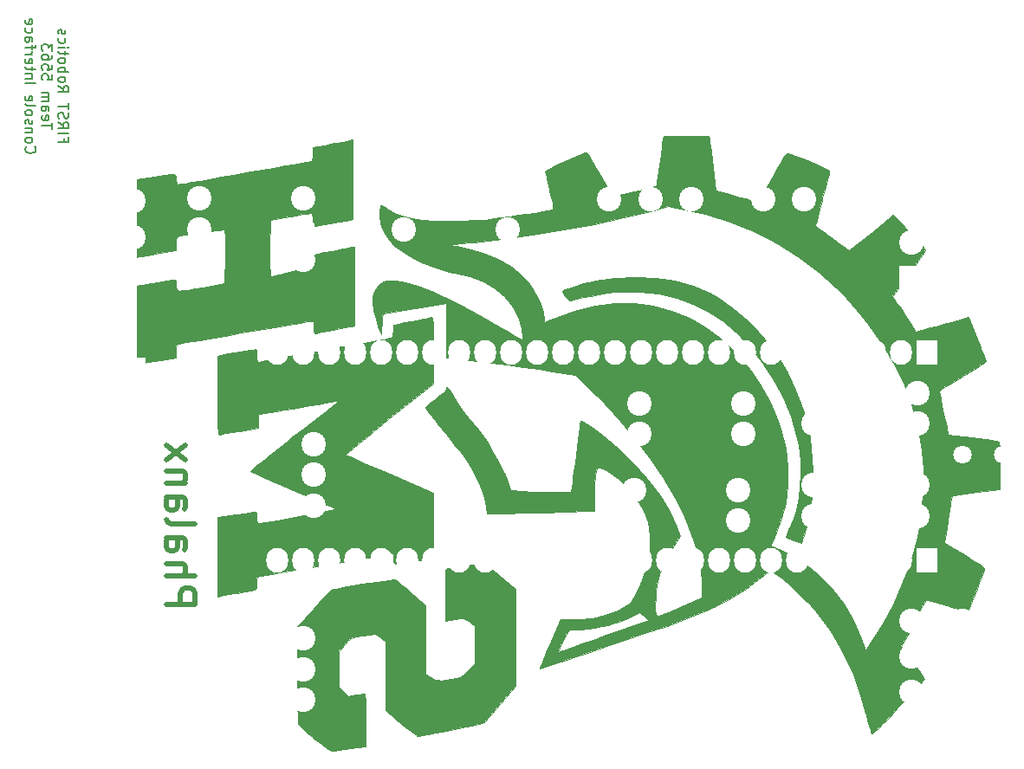
<source format=gbo>
G04 #@! TF.FileFunction,Legend,Bot*
%FSLAX46Y46*%
G04 Gerber Fmt 4.6, Leading zero omitted, Abs format (unit mm)*
G04 Created by KiCad (PCBNEW 4.0.2+dfsg1-2~bpo8+1-stable) date Wed 06 Apr 2016 09:14:05 AM EDT*
%MOMM*%
G01*
G04 APERTURE LIST*
%ADD10C,0.100000*%
%ADD11C,0.190500*%
%ADD12C,0.508000*%
%ADD13C,0.010000*%
%ADD14R,2.127200X2.432000*%
%ADD15O,2.127200X2.432000*%
%ADD16C,8.655000*%
%ADD17C,2.398980*%
%ADD18R,2.400000X2.400000*%
%ADD19C,2.400000*%
%ADD20R,2.432000X2.127200*%
%ADD21O,2.432000X2.127200*%
%ADD22C,1.797000*%
G04 APERTURE END LIST*
D10*
D11*
X45685471Y-72128381D02*
X45685471Y-72467047D01*
X45153281Y-72467047D02*
X46169281Y-72467047D01*
X46169281Y-71983238D01*
X45153281Y-71596190D02*
X46169281Y-71596190D01*
X45153281Y-70531809D02*
X45637090Y-70870475D01*
X45153281Y-71112380D02*
X46169281Y-71112380D01*
X46169281Y-70725333D01*
X46120900Y-70628571D01*
X46072519Y-70580190D01*
X45975757Y-70531809D01*
X45830614Y-70531809D01*
X45733852Y-70580190D01*
X45685471Y-70628571D01*
X45637090Y-70725333D01*
X45637090Y-71112380D01*
X45201662Y-70144761D02*
X45153281Y-69999618D01*
X45153281Y-69757714D01*
X45201662Y-69660952D01*
X45250043Y-69612571D01*
X45346805Y-69564190D01*
X45443567Y-69564190D01*
X45540329Y-69612571D01*
X45588710Y-69660952D01*
X45637090Y-69757714D01*
X45685471Y-69951237D01*
X45733852Y-70047999D01*
X45782233Y-70096380D01*
X45878995Y-70144761D01*
X45975757Y-70144761D01*
X46072519Y-70096380D01*
X46120900Y-70047999D01*
X46169281Y-69951237D01*
X46169281Y-69709333D01*
X46120900Y-69564190D01*
X46169281Y-69273904D02*
X46169281Y-68693333D01*
X45153281Y-68983618D02*
X46169281Y-68983618D01*
X45153281Y-67000000D02*
X45637090Y-67338666D01*
X45153281Y-67580571D02*
X46169281Y-67580571D01*
X46169281Y-67193524D01*
X46120900Y-67096762D01*
X46072519Y-67048381D01*
X45975757Y-67000000D01*
X45830614Y-67000000D01*
X45733852Y-67048381D01*
X45685471Y-67096762D01*
X45637090Y-67193524D01*
X45637090Y-67580571D01*
X45153281Y-66419428D02*
X45201662Y-66516190D01*
X45250043Y-66564571D01*
X45346805Y-66612952D01*
X45637090Y-66612952D01*
X45733852Y-66564571D01*
X45782233Y-66516190D01*
X45830614Y-66419428D01*
X45830614Y-66274286D01*
X45782233Y-66177524D01*
X45733852Y-66129143D01*
X45637090Y-66080762D01*
X45346805Y-66080762D01*
X45250043Y-66129143D01*
X45201662Y-66177524D01*
X45153281Y-66274286D01*
X45153281Y-66419428D01*
X45153281Y-65645333D02*
X46169281Y-65645333D01*
X45782233Y-65645333D02*
X45830614Y-65548571D01*
X45830614Y-65355048D01*
X45782233Y-65258286D01*
X45733852Y-65209905D01*
X45637090Y-65161524D01*
X45346805Y-65161524D01*
X45250043Y-65209905D01*
X45201662Y-65258286D01*
X45153281Y-65355048D01*
X45153281Y-65548571D01*
X45201662Y-65645333D01*
X45153281Y-64580952D02*
X45201662Y-64677714D01*
X45250043Y-64726095D01*
X45346805Y-64774476D01*
X45637090Y-64774476D01*
X45733852Y-64726095D01*
X45782233Y-64677714D01*
X45830614Y-64580952D01*
X45830614Y-64435810D01*
X45782233Y-64339048D01*
X45733852Y-64290667D01*
X45637090Y-64242286D01*
X45346805Y-64242286D01*
X45250043Y-64290667D01*
X45201662Y-64339048D01*
X45153281Y-64435810D01*
X45153281Y-64580952D01*
X45830614Y-63952000D02*
X45830614Y-63564952D01*
X46169281Y-63806857D02*
X45298424Y-63806857D01*
X45201662Y-63758476D01*
X45153281Y-63661714D01*
X45153281Y-63564952D01*
X45153281Y-63226286D02*
X45830614Y-63226286D01*
X46169281Y-63226286D02*
X46120900Y-63274667D01*
X46072519Y-63226286D01*
X46120900Y-63177905D01*
X46169281Y-63226286D01*
X46072519Y-63226286D01*
X45201662Y-62307048D02*
X45153281Y-62403810D01*
X45153281Y-62597333D01*
X45201662Y-62694095D01*
X45250043Y-62742476D01*
X45346805Y-62790857D01*
X45637090Y-62790857D01*
X45733852Y-62742476D01*
X45782233Y-62694095D01*
X45830614Y-62597333D01*
X45830614Y-62403810D01*
X45782233Y-62307048D01*
X45201662Y-61920000D02*
X45153281Y-61823238D01*
X45153281Y-61629714D01*
X45201662Y-61532953D01*
X45298424Y-61484572D01*
X45346805Y-61484572D01*
X45443567Y-61532953D01*
X45491948Y-61629714D01*
X45491948Y-61774857D01*
X45540329Y-61871619D01*
X45637090Y-61920000D01*
X45685471Y-61920000D01*
X45782233Y-61871619D01*
X45830614Y-61774857D01*
X45830614Y-61629714D01*
X45782233Y-61532953D01*
X44556381Y-71184952D02*
X44556381Y-70604381D01*
X43540381Y-70894666D02*
X44556381Y-70894666D01*
X43588762Y-69878667D02*
X43540381Y-69975429D01*
X43540381Y-70168952D01*
X43588762Y-70265714D01*
X43685524Y-70314095D01*
X44072571Y-70314095D01*
X44169333Y-70265714D01*
X44217714Y-70168952D01*
X44217714Y-69975429D01*
X44169333Y-69878667D01*
X44072571Y-69830286D01*
X43975810Y-69830286D01*
X43879048Y-70314095D01*
X43540381Y-68959429D02*
X44072571Y-68959429D01*
X44169333Y-69007810D01*
X44217714Y-69104572D01*
X44217714Y-69298095D01*
X44169333Y-69394857D01*
X43588762Y-68959429D02*
X43540381Y-69056191D01*
X43540381Y-69298095D01*
X43588762Y-69394857D01*
X43685524Y-69443238D01*
X43782286Y-69443238D01*
X43879048Y-69394857D01*
X43927429Y-69298095D01*
X43927429Y-69056191D01*
X43975810Y-68959429D01*
X43540381Y-68475619D02*
X44217714Y-68475619D01*
X44120952Y-68475619D02*
X44169333Y-68427238D01*
X44217714Y-68330476D01*
X44217714Y-68185334D01*
X44169333Y-68088572D01*
X44072571Y-68040191D01*
X43540381Y-68040191D01*
X44072571Y-68040191D02*
X44169333Y-67991810D01*
X44217714Y-67895048D01*
X44217714Y-67749905D01*
X44169333Y-67653143D01*
X44072571Y-67604762D01*
X43540381Y-67604762D01*
X44556381Y-65863048D02*
X44556381Y-66346857D01*
X44072571Y-66395238D01*
X44120952Y-66346857D01*
X44169333Y-66250095D01*
X44169333Y-66008191D01*
X44120952Y-65911429D01*
X44072571Y-65863048D01*
X43975810Y-65814667D01*
X43733905Y-65814667D01*
X43637143Y-65863048D01*
X43588762Y-65911429D01*
X43540381Y-66008191D01*
X43540381Y-66250095D01*
X43588762Y-66346857D01*
X43637143Y-66395238D01*
X44556381Y-64895429D02*
X44556381Y-65379238D01*
X44072571Y-65427619D01*
X44120952Y-65379238D01*
X44169333Y-65282476D01*
X44169333Y-65040572D01*
X44120952Y-64943810D01*
X44072571Y-64895429D01*
X43975810Y-64847048D01*
X43733905Y-64847048D01*
X43637143Y-64895429D01*
X43588762Y-64943810D01*
X43540381Y-65040572D01*
X43540381Y-65282476D01*
X43588762Y-65379238D01*
X43637143Y-65427619D01*
X44556381Y-63976191D02*
X44556381Y-64169714D01*
X44508000Y-64266476D01*
X44459619Y-64314857D01*
X44314476Y-64411619D01*
X44120952Y-64460000D01*
X43733905Y-64460000D01*
X43637143Y-64411619D01*
X43588762Y-64363238D01*
X43540381Y-64266476D01*
X43540381Y-64072953D01*
X43588762Y-63976191D01*
X43637143Y-63927810D01*
X43733905Y-63879429D01*
X43975810Y-63879429D01*
X44072571Y-63927810D01*
X44120952Y-63976191D01*
X44169333Y-64072953D01*
X44169333Y-64266476D01*
X44120952Y-64363238D01*
X44072571Y-64411619D01*
X43975810Y-64460000D01*
X44556381Y-63540762D02*
X44556381Y-62911810D01*
X44169333Y-63250476D01*
X44169333Y-63105334D01*
X44120952Y-63008572D01*
X44072571Y-62960191D01*
X43975810Y-62911810D01*
X43733905Y-62911810D01*
X43637143Y-62960191D01*
X43588762Y-63008572D01*
X43540381Y-63105334D01*
X43540381Y-63395619D01*
X43588762Y-63492381D01*
X43637143Y-63540762D01*
X42024243Y-72926665D02*
X41975862Y-72975046D01*
X41927481Y-73120189D01*
X41927481Y-73216951D01*
X41975862Y-73362093D01*
X42072624Y-73458855D01*
X42169386Y-73507236D01*
X42362910Y-73555617D01*
X42508052Y-73555617D01*
X42701576Y-73507236D01*
X42798338Y-73458855D01*
X42895100Y-73362093D01*
X42943481Y-73216951D01*
X42943481Y-73120189D01*
X42895100Y-72975046D01*
X42846719Y-72926665D01*
X41927481Y-72346093D02*
X41975862Y-72442855D01*
X42024243Y-72491236D01*
X42121005Y-72539617D01*
X42411290Y-72539617D01*
X42508052Y-72491236D01*
X42556433Y-72442855D01*
X42604814Y-72346093D01*
X42604814Y-72200951D01*
X42556433Y-72104189D01*
X42508052Y-72055808D01*
X42411290Y-72007427D01*
X42121005Y-72007427D01*
X42024243Y-72055808D01*
X41975862Y-72104189D01*
X41927481Y-72200951D01*
X41927481Y-72346093D01*
X42604814Y-71571998D02*
X41927481Y-71571998D01*
X42508052Y-71571998D02*
X42556433Y-71523617D01*
X42604814Y-71426855D01*
X42604814Y-71281713D01*
X42556433Y-71184951D01*
X42459671Y-71136570D01*
X41927481Y-71136570D01*
X41975862Y-70701141D02*
X41927481Y-70604379D01*
X41927481Y-70410855D01*
X41975862Y-70314094D01*
X42072624Y-70265713D01*
X42121005Y-70265713D01*
X42217767Y-70314094D01*
X42266148Y-70410855D01*
X42266148Y-70555998D01*
X42314529Y-70652760D01*
X42411290Y-70701141D01*
X42459671Y-70701141D01*
X42556433Y-70652760D01*
X42604814Y-70555998D01*
X42604814Y-70410855D01*
X42556433Y-70314094D01*
X41927481Y-69685141D02*
X41975862Y-69781903D01*
X42024243Y-69830284D01*
X42121005Y-69878665D01*
X42411290Y-69878665D01*
X42508052Y-69830284D01*
X42556433Y-69781903D01*
X42604814Y-69685141D01*
X42604814Y-69539999D01*
X42556433Y-69443237D01*
X42508052Y-69394856D01*
X42411290Y-69346475D01*
X42121005Y-69346475D01*
X42024243Y-69394856D01*
X41975862Y-69443237D01*
X41927481Y-69539999D01*
X41927481Y-69685141D01*
X41927481Y-68765903D02*
X41975862Y-68862665D01*
X42072624Y-68911046D01*
X42943481Y-68911046D01*
X41975862Y-67991809D02*
X41927481Y-68088571D01*
X41927481Y-68282094D01*
X41975862Y-68378856D01*
X42072624Y-68427237D01*
X42459671Y-68427237D01*
X42556433Y-68378856D01*
X42604814Y-68282094D01*
X42604814Y-68088571D01*
X42556433Y-67991809D01*
X42459671Y-67943428D01*
X42362910Y-67943428D01*
X42266148Y-68427237D01*
X41927481Y-66733904D02*
X42943481Y-66733904D01*
X42604814Y-66250094D02*
X41927481Y-66250094D01*
X42508052Y-66250094D02*
X42556433Y-66201713D01*
X42604814Y-66104951D01*
X42604814Y-65959809D01*
X42556433Y-65863047D01*
X42459671Y-65814666D01*
X41927481Y-65814666D01*
X42604814Y-65475999D02*
X42604814Y-65088951D01*
X42943481Y-65330856D02*
X42072624Y-65330856D01*
X41975862Y-65282475D01*
X41927481Y-65185713D01*
X41927481Y-65088951D01*
X41975862Y-64363238D02*
X41927481Y-64460000D01*
X41927481Y-64653523D01*
X41975862Y-64750285D01*
X42072624Y-64798666D01*
X42459671Y-64798666D01*
X42556433Y-64750285D01*
X42604814Y-64653523D01*
X42604814Y-64460000D01*
X42556433Y-64363238D01*
X42459671Y-64314857D01*
X42362910Y-64314857D01*
X42266148Y-64798666D01*
X41927481Y-63879428D02*
X42604814Y-63879428D01*
X42411290Y-63879428D02*
X42508052Y-63831047D01*
X42556433Y-63782666D01*
X42604814Y-63685904D01*
X42604814Y-63589143D01*
X42604814Y-63395619D02*
X42604814Y-63008571D01*
X41927481Y-63250476D02*
X42798338Y-63250476D01*
X42895100Y-63202095D01*
X42943481Y-63105333D01*
X42943481Y-63008571D01*
X41927481Y-62234477D02*
X42459671Y-62234477D01*
X42556433Y-62282858D01*
X42604814Y-62379620D01*
X42604814Y-62573143D01*
X42556433Y-62669905D01*
X41975862Y-62234477D02*
X41927481Y-62331239D01*
X41927481Y-62573143D01*
X41975862Y-62669905D01*
X42072624Y-62718286D01*
X42169386Y-62718286D01*
X42266148Y-62669905D01*
X42314529Y-62573143D01*
X42314529Y-62331239D01*
X42362910Y-62234477D01*
X41975862Y-61315239D02*
X41927481Y-61412001D01*
X41927481Y-61605524D01*
X41975862Y-61702286D01*
X42024243Y-61750667D01*
X42121005Y-61799048D01*
X42411290Y-61799048D01*
X42508052Y-61750667D01*
X42556433Y-61702286D01*
X42604814Y-61605524D01*
X42604814Y-61412001D01*
X42556433Y-61315239D01*
X41975862Y-60492763D02*
X41927481Y-60589525D01*
X41927481Y-60783048D01*
X41975862Y-60879810D01*
X42072624Y-60928191D01*
X42459671Y-60928191D01*
X42556433Y-60879810D01*
X42604814Y-60783048D01*
X42604814Y-60589525D01*
X42556433Y-60492763D01*
X42459671Y-60444382D01*
X42362910Y-60444382D01*
X42266148Y-60928191D01*
D12*
X55736048Y-117650239D02*
X58530048Y-117650239D01*
X58530048Y-116585858D01*
X58397000Y-116319763D01*
X58263952Y-116186715D01*
X57997857Y-116053667D01*
X57598714Y-116053667D01*
X57332619Y-116186715D01*
X57199571Y-116319763D01*
X57066524Y-116585858D01*
X57066524Y-117650239D01*
X55736048Y-114856239D02*
X58530048Y-114856239D01*
X55736048Y-113658810D02*
X57199571Y-113658810D01*
X57465667Y-113791858D01*
X57598714Y-114057953D01*
X57598714Y-114457096D01*
X57465667Y-114723191D01*
X57332619Y-114856239D01*
X55736048Y-111130905D02*
X57199571Y-111130905D01*
X57465667Y-111263953D01*
X57598714Y-111530048D01*
X57598714Y-112062239D01*
X57465667Y-112328334D01*
X55869095Y-111130905D02*
X55736048Y-111397001D01*
X55736048Y-112062239D01*
X55869095Y-112328334D01*
X56135190Y-112461382D01*
X56401286Y-112461382D01*
X56667381Y-112328334D01*
X56800429Y-112062239D01*
X56800429Y-111397001D01*
X56933476Y-111130905D01*
X55736048Y-109401286D02*
X55869095Y-109667381D01*
X56135190Y-109800429D01*
X58530048Y-109800429D01*
X55736048Y-107139476D02*
X57199571Y-107139476D01*
X57465667Y-107272524D01*
X57598714Y-107538619D01*
X57598714Y-108070810D01*
X57465667Y-108336905D01*
X55869095Y-107139476D02*
X55736048Y-107405572D01*
X55736048Y-108070810D01*
X55869095Y-108336905D01*
X56135190Y-108469953D01*
X56401286Y-108469953D01*
X56667381Y-108336905D01*
X56800429Y-108070810D01*
X56800429Y-107405572D01*
X56933476Y-107139476D01*
X57598714Y-105809000D02*
X55736048Y-105809000D01*
X57332619Y-105809000D02*
X57465667Y-105675952D01*
X57598714Y-105409857D01*
X57598714Y-105010714D01*
X57465667Y-104744619D01*
X57199571Y-104611571D01*
X55736048Y-104611571D01*
X55736048Y-103547190D02*
X57598714Y-102083666D01*
X57598714Y-103547190D02*
X55736048Y-102083666D01*
D13*
G36*
X73759250Y-82752456D02*
X73505223Y-82803523D01*
X73080192Y-82885587D01*
X72562930Y-82983492D01*
X72394000Y-83015095D01*
X71794556Y-83127569D01*
X71195426Y-83241082D01*
X70711398Y-83333869D01*
X70647750Y-83346223D01*
X69981000Y-83476009D01*
X69981000Y-84693277D01*
X68044250Y-85109836D01*
X67366537Y-85257151D01*
X66770930Y-85389533D01*
X66304361Y-85496325D01*
X66013760Y-85566872D01*
X65946233Y-85586251D01*
X65892225Y-85557700D01*
X65852776Y-85409157D01*
X65826685Y-85114977D01*
X65812751Y-84649514D01*
X65809773Y-83987124D01*
X65816550Y-83102162D01*
X65819233Y-82874837D01*
X65853500Y-80103566D01*
X67758500Y-79757564D01*
X68432088Y-79636484D01*
X69022621Y-79532705D01*
X69482392Y-79454427D01*
X69763696Y-79409853D01*
X69822250Y-79402782D01*
X69929771Y-79512337D01*
X69977879Y-79860627D01*
X69981000Y-80029000D01*
X69998134Y-80391013D01*
X70041940Y-80620367D01*
X70076250Y-80662779D01*
X70229069Y-80641956D01*
X70585435Y-80585484D01*
X71098609Y-80500996D01*
X71721853Y-80396124D01*
X72013000Y-80346500D01*
X72662899Y-80235581D01*
X73216585Y-80141597D01*
X73629358Y-80072096D01*
X73856518Y-80034623D01*
X73886250Y-80030222D01*
X73894126Y-79908031D01*
X73901290Y-79562579D01*
X73907491Y-79024601D01*
X73912479Y-78324836D01*
X73916003Y-77494019D01*
X73917812Y-76562890D01*
X73918000Y-76139625D01*
X73918000Y-72250250D01*
X73568750Y-72315771D01*
X73312830Y-72363467D01*
X72867908Y-72446076D01*
X72294751Y-72552326D01*
X71654124Y-72670945D01*
X71600349Y-72680896D01*
X69981198Y-72980500D01*
X69981099Y-73647250D01*
X69974042Y-74019884D01*
X69956020Y-74261882D01*
X69940267Y-74314000D01*
X69811080Y-74335517D01*
X69455322Y-74397304D01*
X68896508Y-74495217D01*
X68158152Y-74625112D01*
X67263772Y-74782846D01*
X66236881Y-74964272D01*
X65100995Y-75165248D01*
X63879629Y-75381630D01*
X63454552Y-75457000D01*
X62204229Y-75678132D01*
X61026924Y-75885173D01*
X59946834Y-76073950D01*
X58988158Y-76240290D01*
X58175092Y-76380017D01*
X57531835Y-76488960D01*
X57082586Y-76562943D01*
X56851541Y-76597794D01*
X56827785Y-76600000D01*
X56698909Y-76503975D01*
X56647809Y-76197170D01*
X56646000Y-76092000D01*
X56646791Y-75881453D01*
X56625667Y-75733144D01*
X56547389Y-75643114D01*
X56376715Y-75607403D01*
X56078405Y-75622052D01*
X55617216Y-75683100D01*
X54957909Y-75786588D01*
X54533078Y-75854583D01*
X52836000Y-76125166D01*
X52836000Y-83739536D01*
X53121750Y-83673940D01*
X53352213Y-83627375D01*
X53774707Y-83547694D01*
X54331083Y-83445677D01*
X54963194Y-83332103D01*
X55026750Y-83320805D01*
X56646000Y-83033267D01*
X56646000Y-82362389D01*
X56654179Y-81971366D01*
X56704950Y-81763539D01*
X56837670Y-81668124D01*
X57058750Y-81620027D01*
X57480630Y-81551443D01*
X58038369Y-81467022D01*
X58677909Y-81374221D01*
X59345192Y-81280494D01*
X59986161Y-81193301D01*
X60546756Y-81120095D01*
X60972921Y-81068336D01*
X61210598Y-81045477D01*
X61227543Y-81045000D01*
X61310908Y-81054935D01*
X61372693Y-81106170D01*
X61415528Y-81230855D01*
X61442043Y-81461141D01*
X61454868Y-81829176D01*
X61456634Y-82367109D01*
X61449971Y-83107090D01*
X61442827Y-83676325D01*
X61408500Y-86307649D01*
X59376500Y-86652908D01*
X58482540Y-86804648D01*
X57808393Y-86913571D01*
X57323095Y-86977194D01*
X56995683Y-86993032D01*
X56795193Y-86958604D01*
X56690660Y-86871427D01*
X56651120Y-86729016D01*
X56645611Y-86528889D01*
X56646000Y-86433942D01*
X56631767Y-86080006D01*
X56573288Y-85924295D01*
X56446895Y-85911869D01*
X56423750Y-85918055D01*
X56209958Y-85963005D01*
X55808579Y-86033598D01*
X55283390Y-86118973D01*
X54868000Y-86182957D01*
X54275614Y-86273866D01*
X53743930Y-86358582D01*
X53344239Y-86425583D01*
X53185250Y-86454936D01*
X52836000Y-86526182D01*
X52836000Y-94157750D01*
X53185250Y-94092041D01*
X53444953Y-94047945D01*
X53892731Y-93976665D01*
X54465385Y-93888105D01*
X55090250Y-93793581D01*
X56646000Y-93560830D01*
X56646000Y-92901006D01*
X56656593Y-92511713D01*
X56711142Y-92304828D01*
X56843802Y-92208949D01*
X56995250Y-92170885D01*
X57201124Y-92133058D01*
X57620061Y-92058999D01*
X58223461Y-91953614D01*
X58982724Y-91821807D01*
X59869249Y-91668485D01*
X60854437Y-91498552D01*
X61909687Y-91316914D01*
X63006399Y-91128476D01*
X64115974Y-90938142D01*
X65209811Y-90750818D01*
X66259310Y-90571410D01*
X67235872Y-90404822D01*
X68110895Y-90255959D01*
X68855779Y-90129727D01*
X69441926Y-90031032D01*
X69840734Y-89964777D01*
X70023604Y-89935869D01*
X70031767Y-89935000D01*
X70075018Y-90049374D01*
X70102643Y-90342168D01*
X70108000Y-90578559D01*
X70119809Y-90957220D01*
X70169010Y-91136151D01*
X70276266Y-91169073D01*
X70330250Y-91156367D01*
X70539278Y-91108053D01*
X70938900Y-91026555D01*
X71469724Y-90923671D01*
X72013000Y-90822093D01*
X72619421Y-90709219D01*
X73156353Y-90606758D01*
X73561246Y-90526803D01*
X73759250Y-90484517D01*
X74045000Y-90415465D01*
X74045000Y-82691161D01*
X73759250Y-82752456D01*
X73759250Y-82752456D01*
G37*
X73759250Y-82752456D02*
X73505223Y-82803523D01*
X73080192Y-82885587D01*
X72562930Y-82983492D01*
X72394000Y-83015095D01*
X71794556Y-83127569D01*
X71195426Y-83241082D01*
X70711398Y-83333869D01*
X70647750Y-83346223D01*
X69981000Y-83476009D01*
X69981000Y-84693277D01*
X68044250Y-85109836D01*
X67366537Y-85257151D01*
X66770930Y-85389533D01*
X66304361Y-85496325D01*
X66013760Y-85566872D01*
X65946233Y-85586251D01*
X65892225Y-85557700D01*
X65852776Y-85409157D01*
X65826685Y-85114977D01*
X65812751Y-84649514D01*
X65809773Y-83987124D01*
X65816550Y-83102162D01*
X65819233Y-82874837D01*
X65853500Y-80103566D01*
X67758500Y-79757564D01*
X68432088Y-79636484D01*
X69022621Y-79532705D01*
X69482392Y-79454427D01*
X69763696Y-79409853D01*
X69822250Y-79402782D01*
X69929771Y-79512337D01*
X69977879Y-79860627D01*
X69981000Y-80029000D01*
X69998134Y-80391013D01*
X70041940Y-80620367D01*
X70076250Y-80662779D01*
X70229069Y-80641956D01*
X70585435Y-80585484D01*
X71098609Y-80500996D01*
X71721853Y-80396124D01*
X72013000Y-80346500D01*
X72662899Y-80235581D01*
X73216585Y-80141597D01*
X73629358Y-80072096D01*
X73856518Y-80034623D01*
X73886250Y-80030222D01*
X73894126Y-79908031D01*
X73901290Y-79562579D01*
X73907491Y-79024601D01*
X73912479Y-78324836D01*
X73916003Y-77494019D01*
X73917812Y-76562890D01*
X73918000Y-76139625D01*
X73918000Y-72250250D01*
X73568750Y-72315771D01*
X73312830Y-72363467D01*
X72867908Y-72446076D01*
X72294751Y-72552326D01*
X71654124Y-72670945D01*
X71600349Y-72680896D01*
X69981198Y-72980500D01*
X69981099Y-73647250D01*
X69974042Y-74019884D01*
X69956020Y-74261882D01*
X69940267Y-74314000D01*
X69811080Y-74335517D01*
X69455322Y-74397304D01*
X68896508Y-74495217D01*
X68158152Y-74625112D01*
X67263772Y-74782846D01*
X66236881Y-74964272D01*
X65100995Y-75165248D01*
X63879629Y-75381630D01*
X63454552Y-75457000D01*
X62204229Y-75678132D01*
X61026924Y-75885173D01*
X59946834Y-76073950D01*
X58988158Y-76240290D01*
X58175092Y-76380017D01*
X57531835Y-76488960D01*
X57082586Y-76562943D01*
X56851541Y-76597794D01*
X56827785Y-76600000D01*
X56698909Y-76503975D01*
X56647809Y-76197170D01*
X56646000Y-76092000D01*
X56646791Y-75881453D01*
X56625667Y-75733144D01*
X56547389Y-75643114D01*
X56376715Y-75607403D01*
X56078405Y-75622052D01*
X55617216Y-75683100D01*
X54957909Y-75786588D01*
X54533078Y-75854583D01*
X52836000Y-76125166D01*
X52836000Y-83739536D01*
X53121750Y-83673940D01*
X53352213Y-83627375D01*
X53774707Y-83547694D01*
X54331083Y-83445677D01*
X54963194Y-83332103D01*
X55026750Y-83320805D01*
X56646000Y-83033267D01*
X56646000Y-82362389D01*
X56654179Y-81971366D01*
X56704950Y-81763539D01*
X56837670Y-81668124D01*
X57058750Y-81620027D01*
X57480630Y-81551443D01*
X58038369Y-81467022D01*
X58677909Y-81374221D01*
X59345192Y-81280494D01*
X59986161Y-81193301D01*
X60546756Y-81120095D01*
X60972921Y-81068336D01*
X61210598Y-81045477D01*
X61227543Y-81045000D01*
X61310908Y-81054935D01*
X61372693Y-81106170D01*
X61415528Y-81230855D01*
X61442043Y-81461141D01*
X61454868Y-81829176D01*
X61456634Y-82367109D01*
X61449971Y-83107090D01*
X61442827Y-83676325D01*
X61408500Y-86307649D01*
X59376500Y-86652908D01*
X58482540Y-86804648D01*
X57808393Y-86913571D01*
X57323095Y-86977194D01*
X56995683Y-86993032D01*
X56795193Y-86958604D01*
X56690660Y-86871427D01*
X56651120Y-86729016D01*
X56645611Y-86528889D01*
X56646000Y-86433942D01*
X56631767Y-86080006D01*
X56573288Y-85924295D01*
X56446895Y-85911869D01*
X56423750Y-85918055D01*
X56209958Y-85963005D01*
X55808579Y-86033598D01*
X55283390Y-86118973D01*
X54868000Y-86182957D01*
X54275614Y-86273866D01*
X53743930Y-86358582D01*
X53344239Y-86425583D01*
X53185250Y-86454936D01*
X52836000Y-86526182D01*
X52836000Y-94157750D01*
X53185250Y-94092041D01*
X53444953Y-94047945D01*
X53892731Y-93976665D01*
X54465385Y-93888105D01*
X55090250Y-93793581D01*
X56646000Y-93560830D01*
X56646000Y-92901006D01*
X56656593Y-92511713D01*
X56711142Y-92304828D01*
X56843802Y-92208949D01*
X56995250Y-92170885D01*
X57201124Y-92133058D01*
X57620061Y-92058999D01*
X58223461Y-91953614D01*
X58982724Y-91821807D01*
X59869249Y-91668485D01*
X60854437Y-91498552D01*
X61909687Y-91316914D01*
X63006399Y-91128476D01*
X64115974Y-90938142D01*
X65209811Y-90750818D01*
X66259310Y-90571410D01*
X67235872Y-90404822D01*
X68110895Y-90255959D01*
X68855779Y-90129727D01*
X69441926Y-90031032D01*
X69840734Y-89964777D01*
X70023604Y-89935869D01*
X70031767Y-89935000D01*
X70075018Y-90049374D01*
X70102643Y-90342168D01*
X70108000Y-90578559D01*
X70119809Y-90957220D01*
X70169010Y-91136151D01*
X70276266Y-91169073D01*
X70330250Y-91156367D01*
X70539278Y-91108053D01*
X70938900Y-91026555D01*
X71469724Y-90923671D01*
X72013000Y-90822093D01*
X72619421Y-90709219D01*
X73156353Y-90606758D01*
X73561246Y-90526803D01*
X73759250Y-90484517D01*
X74045000Y-90415465D01*
X74045000Y-82691161D01*
X73759250Y-82752456D01*
G36*
X77531057Y-104916363D02*
X76556044Y-104498490D01*
X75656488Y-104109570D01*
X74858785Y-103761273D01*
X74189328Y-103465270D01*
X73674514Y-103233233D01*
X73340739Y-103076833D01*
X73214396Y-103007741D01*
X73214357Y-103007678D01*
X73298961Y-102912629D01*
X73563493Y-102677390D01*
X73987932Y-102318414D01*
X74552258Y-101852153D01*
X75236452Y-101295061D01*
X76020493Y-100663591D01*
X76884363Y-99974196D01*
X77475201Y-99505981D01*
X81791802Y-96094500D01*
X81791901Y-92815692D01*
X81790956Y-91818380D01*
X81786761Y-91047066D01*
X81777383Y-90473751D01*
X81760885Y-90070437D01*
X81735334Y-89809125D01*
X81698794Y-89661816D01*
X81649331Y-89600512D01*
X81585009Y-89597215D01*
X81569750Y-89601179D01*
X81349733Y-89651792D01*
X80950273Y-89732501D01*
X80442056Y-89829238D01*
X80204500Y-89872840D01*
X79606772Y-89983448D01*
X79024483Y-90094851D01*
X78559646Y-90187433D01*
X78458250Y-90208626D01*
X77855000Y-90337048D01*
X77855000Y-90951433D01*
X77842113Y-91324900D01*
X77778111Y-91519652D01*
X77624985Y-91610632D01*
X77505750Y-91640072D01*
X77313183Y-91676834D01*
X76896543Y-91753436D01*
X76281827Y-91865189D01*
X75495029Y-92007404D01*
X74562143Y-92175392D01*
X73509165Y-92364464D01*
X72362089Y-92569932D01*
X71146910Y-92787107D01*
X71124000Y-92791196D01*
X69910481Y-93008166D01*
X68766799Y-93213307D01*
X67718600Y-93401974D01*
X66791532Y-93569518D01*
X66011240Y-93711295D01*
X65403370Y-93822656D01*
X64993569Y-93898957D01*
X64807482Y-93935549D01*
X64805750Y-93935954D01*
X64636898Y-93956096D01*
X64552211Y-93873538D01*
X64522936Y-93630972D01*
X64520000Y-93366420D01*
X64505450Y-93003307D01*
X64468234Y-92772464D01*
X64438859Y-92729000D01*
X64280681Y-92749153D01*
X63930295Y-92803145D01*
X63445737Y-92881279D01*
X62885039Y-92973857D01*
X62306237Y-93071183D01*
X61767363Y-93163558D01*
X61326452Y-93241285D01*
X61041539Y-93294666D01*
X60995750Y-93304349D01*
X60710000Y-93368840D01*
X60710000Y-97248478D01*
X60710777Y-98343629D01*
X60714112Y-99210639D01*
X60721509Y-99875364D01*
X60734476Y-100363661D01*
X60754518Y-100701386D01*
X60783141Y-100914395D01*
X60821850Y-101028547D01*
X60872152Y-101069696D01*
X60932250Y-101064663D01*
X61134685Y-101021917D01*
X61535040Y-100948879D01*
X62080339Y-100854840D01*
X62717605Y-100749091D01*
X62900750Y-100719384D01*
X64647000Y-100437560D01*
X64647000Y-99758280D01*
X64663432Y-99381735D01*
X64705712Y-99135068D01*
X64744321Y-99079000D01*
X64887062Y-99058270D01*
X65242495Y-99000376D01*
X65773085Y-98911767D01*
X66441296Y-98798890D01*
X67209593Y-98668191D01*
X68040440Y-98526119D01*
X68896302Y-98379120D01*
X69739643Y-98233642D01*
X70532927Y-98096132D01*
X71238620Y-97973038D01*
X71819184Y-97870806D01*
X72237085Y-97795885D01*
X72454787Y-97754721D01*
X72457500Y-97754146D01*
X72634784Y-97722683D01*
X72605344Y-97773431D01*
X72457500Y-97881306D01*
X72165196Y-98097157D01*
X71724739Y-98431866D01*
X71161200Y-98865674D01*
X70499651Y-99378820D01*
X69765162Y-99951545D01*
X68982805Y-100564087D01*
X68177651Y-101196688D01*
X67374771Y-101829586D01*
X66599236Y-102443022D01*
X65876117Y-103017236D01*
X65230485Y-103532466D01*
X64687412Y-103968954D01*
X64271969Y-104306940D01*
X64009226Y-104526662D01*
X63923991Y-104607104D01*
X64027255Y-104684533D01*
X64339390Y-104846923D01*
X64834434Y-105082445D01*
X65486423Y-105379267D01*
X66269394Y-105725559D01*
X67157383Y-106109493D01*
X68074799Y-106498404D01*
X69040054Y-106905923D01*
X69926932Y-107284435D01*
X70709177Y-107622418D01*
X71360531Y-107908352D01*
X71854737Y-108130716D01*
X72165536Y-108277988D01*
X72267000Y-108337796D01*
X72148070Y-108373458D01*
X71815884Y-108446270D01*
X71307357Y-108549417D01*
X70659398Y-108676082D01*
X69908920Y-108819448D01*
X69092834Y-108972700D01*
X68248051Y-109129021D01*
X67411484Y-109281595D01*
X66620044Y-109423606D01*
X65910642Y-109548236D01*
X65320190Y-109648671D01*
X64885600Y-109718093D01*
X64643783Y-109749686D01*
X64615250Y-109750810D01*
X64558398Y-109634810D01*
X64524334Y-109345767D01*
X64520000Y-109175500D01*
X64486341Y-108777525D01*
X64388266Y-108607680D01*
X64361250Y-108602471D01*
X64183356Y-108621298D01*
X63805394Y-108673999D01*
X63277914Y-108753142D01*
X62651466Y-108851291D01*
X62456250Y-108882611D01*
X60710000Y-109164282D01*
X60710000Y-116879182D01*
X61059250Y-116806743D01*
X61333500Y-116756726D01*
X61784863Y-116681564D01*
X62339207Y-116593413D01*
X62678500Y-116541157D01*
X63393058Y-116433291D01*
X63894854Y-116350305D01*
X64221254Y-116272879D01*
X64409620Y-116181695D01*
X64497317Y-116057432D01*
X64521710Y-115880773D01*
X64520161Y-115632396D01*
X64520000Y-115589000D01*
X64534967Y-115204595D01*
X64599403Y-115002025D01*
X64742608Y-114909928D01*
X64805750Y-114893071D01*
X64984041Y-114859909D01*
X65388002Y-114789533D01*
X65992704Y-114686147D01*
X66773218Y-114553957D01*
X67704614Y-114397168D01*
X68761963Y-114219984D01*
X69920334Y-114026612D01*
X71154800Y-113821256D01*
X71473250Y-113768393D01*
X77855000Y-112709485D01*
X77855000Y-113196743D01*
X77857810Y-113404378D01*
X77889529Y-113549947D01*
X77985094Y-113637225D01*
X78179440Y-113669985D01*
X78507504Y-113652002D01*
X79004221Y-113587051D01*
X79704527Y-113478906D01*
X80014000Y-113430000D01*
X80622774Y-113334865D01*
X81139271Y-113256041D01*
X81512452Y-113201182D01*
X81691278Y-113177943D01*
X81696750Y-113177648D01*
X81722611Y-113055817D01*
X81745804Y-112713778D01*
X81765329Y-112185317D01*
X81780189Y-111504219D01*
X81789384Y-110704272D01*
X81792000Y-109955417D01*
X81792000Y-106734833D01*
X77531057Y-104916363D01*
X77531057Y-104916363D01*
G37*
X77531057Y-104916363D02*
X76556044Y-104498490D01*
X75656488Y-104109570D01*
X74858785Y-103761273D01*
X74189328Y-103465270D01*
X73674514Y-103233233D01*
X73340739Y-103076833D01*
X73214396Y-103007741D01*
X73214357Y-103007678D01*
X73298961Y-102912629D01*
X73563493Y-102677390D01*
X73987932Y-102318414D01*
X74552258Y-101852153D01*
X75236452Y-101295061D01*
X76020493Y-100663591D01*
X76884363Y-99974196D01*
X77475201Y-99505981D01*
X81791802Y-96094500D01*
X81791901Y-92815692D01*
X81790956Y-91818380D01*
X81786761Y-91047066D01*
X81777383Y-90473751D01*
X81760885Y-90070437D01*
X81735334Y-89809125D01*
X81698794Y-89661816D01*
X81649331Y-89600512D01*
X81585009Y-89597215D01*
X81569750Y-89601179D01*
X81349733Y-89651792D01*
X80950273Y-89732501D01*
X80442056Y-89829238D01*
X80204500Y-89872840D01*
X79606772Y-89983448D01*
X79024483Y-90094851D01*
X78559646Y-90187433D01*
X78458250Y-90208626D01*
X77855000Y-90337048D01*
X77855000Y-90951433D01*
X77842113Y-91324900D01*
X77778111Y-91519652D01*
X77624985Y-91610632D01*
X77505750Y-91640072D01*
X77313183Y-91676834D01*
X76896543Y-91753436D01*
X76281827Y-91865189D01*
X75495029Y-92007404D01*
X74562143Y-92175392D01*
X73509165Y-92364464D01*
X72362089Y-92569932D01*
X71146910Y-92787107D01*
X71124000Y-92791196D01*
X69910481Y-93008166D01*
X68766799Y-93213307D01*
X67718600Y-93401974D01*
X66791532Y-93569518D01*
X66011240Y-93711295D01*
X65403370Y-93822656D01*
X64993569Y-93898957D01*
X64807482Y-93935549D01*
X64805750Y-93935954D01*
X64636898Y-93956096D01*
X64552211Y-93873538D01*
X64522936Y-93630972D01*
X64520000Y-93366420D01*
X64505450Y-93003307D01*
X64468234Y-92772464D01*
X64438859Y-92729000D01*
X64280681Y-92749153D01*
X63930295Y-92803145D01*
X63445737Y-92881279D01*
X62885039Y-92973857D01*
X62306237Y-93071183D01*
X61767363Y-93163558D01*
X61326452Y-93241285D01*
X61041539Y-93294666D01*
X60995750Y-93304349D01*
X60710000Y-93368840D01*
X60710000Y-97248478D01*
X60710777Y-98343629D01*
X60714112Y-99210639D01*
X60721509Y-99875364D01*
X60734476Y-100363661D01*
X60754518Y-100701386D01*
X60783141Y-100914395D01*
X60821850Y-101028547D01*
X60872152Y-101069696D01*
X60932250Y-101064663D01*
X61134685Y-101021917D01*
X61535040Y-100948879D01*
X62080339Y-100854840D01*
X62717605Y-100749091D01*
X62900750Y-100719384D01*
X64647000Y-100437560D01*
X64647000Y-99758280D01*
X64663432Y-99381735D01*
X64705712Y-99135068D01*
X64744321Y-99079000D01*
X64887062Y-99058270D01*
X65242495Y-99000376D01*
X65773085Y-98911767D01*
X66441296Y-98798890D01*
X67209593Y-98668191D01*
X68040440Y-98526119D01*
X68896302Y-98379120D01*
X69739643Y-98233642D01*
X70532927Y-98096132D01*
X71238620Y-97973038D01*
X71819184Y-97870806D01*
X72237085Y-97795885D01*
X72454787Y-97754721D01*
X72457500Y-97754146D01*
X72634784Y-97722683D01*
X72605344Y-97773431D01*
X72457500Y-97881306D01*
X72165196Y-98097157D01*
X71724739Y-98431866D01*
X71161200Y-98865674D01*
X70499651Y-99378820D01*
X69765162Y-99951545D01*
X68982805Y-100564087D01*
X68177651Y-101196688D01*
X67374771Y-101829586D01*
X66599236Y-102443022D01*
X65876117Y-103017236D01*
X65230485Y-103532466D01*
X64687412Y-103968954D01*
X64271969Y-104306940D01*
X64009226Y-104526662D01*
X63923991Y-104607104D01*
X64027255Y-104684533D01*
X64339390Y-104846923D01*
X64834434Y-105082445D01*
X65486423Y-105379267D01*
X66269394Y-105725559D01*
X67157383Y-106109493D01*
X68074799Y-106498404D01*
X69040054Y-106905923D01*
X69926932Y-107284435D01*
X70709177Y-107622418D01*
X71360531Y-107908352D01*
X71854737Y-108130716D01*
X72165536Y-108277988D01*
X72267000Y-108337796D01*
X72148070Y-108373458D01*
X71815884Y-108446270D01*
X71307357Y-108549417D01*
X70659398Y-108676082D01*
X69908920Y-108819448D01*
X69092834Y-108972700D01*
X68248051Y-109129021D01*
X67411484Y-109281595D01*
X66620044Y-109423606D01*
X65910642Y-109548236D01*
X65320190Y-109648671D01*
X64885600Y-109718093D01*
X64643783Y-109749686D01*
X64615250Y-109750810D01*
X64558398Y-109634810D01*
X64524334Y-109345767D01*
X64520000Y-109175500D01*
X64486341Y-108777525D01*
X64388266Y-108607680D01*
X64361250Y-108602471D01*
X64183356Y-108621298D01*
X63805394Y-108673999D01*
X63277914Y-108753142D01*
X62651466Y-108851291D01*
X62456250Y-108882611D01*
X60710000Y-109164282D01*
X60710000Y-116879182D01*
X61059250Y-116806743D01*
X61333500Y-116756726D01*
X61784863Y-116681564D01*
X62339207Y-116593413D01*
X62678500Y-116541157D01*
X63393058Y-116433291D01*
X63894854Y-116350305D01*
X64221254Y-116272879D01*
X64409620Y-116181695D01*
X64497317Y-116057432D01*
X64521710Y-115880773D01*
X64520161Y-115632396D01*
X64520000Y-115589000D01*
X64534967Y-115204595D01*
X64599403Y-115002025D01*
X64742608Y-114909928D01*
X64805750Y-114893071D01*
X64984041Y-114859909D01*
X65388002Y-114789533D01*
X65992704Y-114686147D01*
X66773218Y-114553957D01*
X67704614Y-114397168D01*
X68761963Y-114219984D01*
X69920334Y-114026612D01*
X71154800Y-113821256D01*
X71473250Y-113768393D01*
X77855000Y-112709485D01*
X77855000Y-113196743D01*
X77857810Y-113404378D01*
X77889529Y-113549947D01*
X77985094Y-113637225D01*
X78179440Y-113669985D01*
X78507504Y-113652002D01*
X79004221Y-113587051D01*
X79704527Y-113478906D01*
X80014000Y-113430000D01*
X80622774Y-113334865D01*
X81139271Y-113256041D01*
X81512452Y-113201182D01*
X81691278Y-113177943D01*
X81696750Y-113177648D01*
X81722611Y-113055817D01*
X81745804Y-112713778D01*
X81765329Y-112185317D01*
X81780189Y-111504219D01*
X81789384Y-110704272D01*
X81792000Y-109955417D01*
X81792000Y-106734833D01*
X77531057Y-104916363D01*
G36*
X89792777Y-120898626D02*
X89792553Y-116160500D01*
X88341366Y-114922250D01*
X87668191Y-114364069D01*
X87157353Y-113978321D01*
X86794483Y-113754978D01*
X86567434Y-113684000D01*
X86317177Y-113701950D01*
X85882408Y-113749829D01*
X85329623Y-113818683D01*
X84725317Y-113899558D01*
X84135986Y-113983502D01*
X83628123Y-114061558D01*
X83268226Y-114124774D01*
X83220750Y-114134653D01*
X83123942Y-114161605D01*
X83051915Y-114216743D01*
X83001006Y-114333584D01*
X82967551Y-114545646D01*
X82947887Y-114886444D01*
X82938348Y-115389496D01*
X82935271Y-116088318D01*
X82935000Y-116748554D01*
X82935000Y-119300268D01*
X83347750Y-119226039D01*
X83967626Y-119117006D01*
X84395902Y-119057850D01*
X84691032Y-119053850D01*
X84911469Y-119110286D01*
X85115668Y-119232436D01*
X85337366Y-119405725D01*
X85856000Y-119822511D01*
X85856000Y-123414627D01*
X85252750Y-124075646D01*
X84936964Y-124408366D01*
X84678356Y-124619764D01*
X84392735Y-124754018D01*
X83995910Y-124855305D01*
X83633500Y-124925311D01*
X82992464Y-125037783D01*
X82537271Y-125092036D01*
X82205549Y-125083738D01*
X81934924Y-125008560D01*
X81663023Y-124862169D01*
X81535278Y-124779624D01*
X81030000Y-124445247D01*
X81030000Y-117800657D01*
X79629108Y-116536079D01*
X79122869Y-116087326D01*
X78671969Y-115702941D01*
X78314621Y-115414350D01*
X78089035Y-115252983D01*
X78041700Y-115230456D01*
X77865454Y-115237995D01*
X77482443Y-115281744D01*
X76936230Y-115354887D01*
X76270377Y-115450604D01*
X75528449Y-115562079D01*
X74754008Y-115682494D01*
X73990618Y-115805032D01*
X73281842Y-115922875D01*
X72671244Y-116029206D01*
X72202386Y-116117207D01*
X71918833Y-116180060D01*
X71866551Y-116196849D01*
X71718137Y-116316704D01*
X71432027Y-116595341D01*
X71038758Y-117001244D01*
X70568871Y-117502899D01*
X70056801Y-118064460D01*
X68457000Y-119841419D01*
X68476075Y-124160460D01*
X68482850Y-125208743D01*
X68493305Y-126197423D01*
X68506771Y-127092283D01*
X68522576Y-127859102D01*
X68540049Y-128463661D01*
X68558520Y-128871741D01*
X68571325Y-129019672D01*
X68613314Y-129239796D01*
X68691101Y-129434001D01*
X68836046Y-129637844D01*
X69079503Y-129886882D01*
X69452831Y-130216671D01*
X69987387Y-130662768D01*
X70108000Y-130762155D01*
X70819187Y-131328083D01*
X71363145Y-131717613D01*
X71736385Y-131928377D01*
X71886000Y-131968391D01*
X72135029Y-131952541D01*
X72571651Y-131906532D01*
X73132234Y-131837646D01*
X73695750Y-131761315D01*
X75188000Y-131550316D01*
X75188000Y-128967158D01*
X75183156Y-128188297D01*
X75169630Y-127503576D01*
X75148937Y-126950694D01*
X75122588Y-126567350D01*
X75092098Y-126391241D01*
X75084325Y-126384000D01*
X74911779Y-126405586D01*
X74571829Y-126461472D01*
X74242174Y-126520515D01*
X73503698Y-126657030D01*
X72521000Y-125697452D01*
X72522402Y-123976976D01*
X72523803Y-122256500D01*
X73125652Y-121584204D01*
X73414157Y-121269524D01*
X73645856Y-121063413D01*
X73892326Y-120930794D01*
X74225146Y-120836591D01*
X74715892Y-120745730D01*
X74900162Y-120714628D01*
X76072823Y-120517348D01*
X76582912Y-120921346D01*
X77093000Y-121325344D01*
X77093000Y-128018794D01*
X78574616Y-129245486D01*
X79100531Y-129677046D01*
X79563050Y-130049331D01*
X79924486Y-130332562D01*
X80147149Y-130496960D01*
X80193935Y-130525020D01*
X80354468Y-130516329D01*
X80721154Y-130462068D01*
X81253158Y-130370428D01*
X81909648Y-130249602D01*
X82649790Y-130107782D01*
X83432751Y-129953159D01*
X84217698Y-129793926D01*
X84963797Y-129638275D01*
X85630217Y-129494398D01*
X86176122Y-129370486D01*
X86560681Y-129274733D01*
X86743059Y-129215329D01*
X86750931Y-129209540D01*
X86856122Y-129086269D01*
X87098006Y-128802374D01*
X87448650Y-128390655D01*
X87880116Y-127883913D01*
X88312820Y-127375626D01*
X89793000Y-125636751D01*
X89792777Y-120898626D01*
X89792777Y-120898626D01*
G37*
X89792777Y-120898626D02*
X89792553Y-116160500D01*
X88341366Y-114922250D01*
X87668191Y-114364069D01*
X87157353Y-113978321D01*
X86794483Y-113754978D01*
X86567434Y-113684000D01*
X86317177Y-113701950D01*
X85882408Y-113749829D01*
X85329623Y-113818683D01*
X84725317Y-113899558D01*
X84135986Y-113983502D01*
X83628123Y-114061558D01*
X83268226Y-114124774D01*
X83220750Y-114134653D01*
X83123942Y-114161605D01*
X83051915Y-114216743D01*
X83001006Y-114333584D01*
X82967551Y-114545646D01*
X82947887Y-114886444D01*
X82938348Y-115389496D01*
X82935271Y-116088318D01*
X82935000Y-116748554D01*
X82935000Y-119300268D01*
X83347750Y-119226039D01*
X83967626Y-119117006D01*
X84395902Y-119057850D01*
X84691032Y-119053850D01*
X84911469Y-119110286D01*
X85115668Y-119232436D01*
X85337366Y-119405725D01*
X85856000Y-119822511D01*
X85856000Y-123414627D01*
X85252750Y-124075646D01*
X84936964Y-124408366D01*
X84678356Y-124619764D01*
X84392735Y-124754018D01*
X83995910Y-124855305D01*
X83633500Y-124925311D01*
X82992464Y-125037783D01*
X82537271Y-125092036D01*
X82205549Y-125083738D01*
X81934924Y-125008560D01*
X81663023Y-124862169D01*
X81535278Y-124779624D01*
X81030000Y-124445247D01*
X81030000Y-117800657D01*
X79629108Y-116536079D01*
X79122869Y-116087326D01*
X78671969Y-115702941D01*
X78314621Y-115414350D01*
X78089035Y-115252983D01*
X78041700Y-115230456D01*
X77865454Y-115237995D01*
X77482443Y-115281744D01*
X76936230Y-115354887D01*
X76270377Y-115450604D01*
X75528449Y-115562079D01*
X74754008Y-115682494D01*
X73990618Y-115805032D01*
X73281842Y-115922875D01*
X72671244Y-116029206D01*
X72202386Y-116117207D01*
X71918833Y-116180060D01*
X71866551Y-116196849D01*
X71718137Y-116316704D01*
X71432027Y-116595341D01*
X71038758Y-117001244D01*
X70568871Y-117502899D01*
X70056801Y-118064460D01*
X68457000Y-119841419D01*
X68476075Y-124160460D01*
X68482850Y-125208743D01*
X68493305Y-126197423D01*
X68506771Y-127092283D01*
X68522576Y-127859102D01*
X68540049Y-128463661D01*
X68558520Y-128871741D01*
X68571325Y-129019672D01*
X68613314Y-129239796D01*
X68691101Y-129434001D01*
X68836046Y-129637844D01*
X69079503Y-129886882D01*
X69452831Y-130216671D01*
X69987387Y-130662768D01*
X70108000Y-130762155D01*
X70819187Y-131328083D01*
X71363145Y-131717613D01*
X71736385Y-131928377D01*
X71886000Y-131968391D01*
X72135029Y-131952541D01*
X72571651Y-131906532D01*
X73132234Y-131837646D01*
X73695750Y-131761315D01*
X75188000Y-131550316D01*
X75188000Y-128967158D01*
X75183156Y-128188297D01*
X75169630Y-127503576D01*
X75148937Y-126950694D01*
X75122588Y-126567350D01*
X75092098Y-126391241D01*
X75084325Y-126384000D01*
X74911779Y-126405586D01*
X74571829Y-126461472D01*
X74242174Y-126520515D01*
X73503698Y-126657030D01*
X72521000Y-125697452D01*
X72522402Y-123976976D01*
X72523803Y-122256500D01*
X73125652Y-121584204D01*
X73414157Y-121269524D01*
X73645856Y-121063413D01*
X73892326Y-120930794D01*
X74225146Y-120836591D01*
X74715892Y-120745730D01*
X74900162Y-120714628D01*
X76072823Y-120517348D01*
X76582912Y-120921346D01*
X77093000Y-121325344D01*
X77093000Y-128018794D01*
X78574616Y-129245486D01*
X79100531Y-129677046D01*
X79563050Y-130049331D01*
X79924486Y-130332562D01*
X80147149Y-130496960D01*
X80193935Y-130525020D01*
X80354468Y-130516329D01*
X80721154Y-130462068D01*
X81253158Y-130370428D01*
X81909648Y-130249602D01*
X82649790Y-130107782D01*
X83432751Y-129953159D01*
X84217698Y-129793926D01*
X84963797Y-129638275D01*
X85630217Y-129494398D01*
X86176122Y-129370486D01*
X86560681Y-129274733D01*
X86743059Y-129215329D01*
X86750931Y-129209540D01*
X86856122Y-129086269D01*
X87098006Y-128802374D01*
X87448650Y-128390655D01*
X87880116Y-127883913D01*
X88312820Y-127375626D01*
X89793000Y-125636751D01*
X89792777Y-120898626D01*
G36*
X137162028Y-103255184D02*
X137153948Y-102649224D01*
X137136515Y-102227666D01*
X137106483Y-101955718D01*
X137060606Y-101798589D01*
X136995640Y-101721487D01*
X136941750Y-101697838D01*
X136748569Y-101662082D01*
X136347779Y-101602649D01*
X135784021Y-101525651D01*
X135101933Y-101437199D01*
X134406385Y-101350731D01*
X132093269Y-101068903D01*
X131952101Y-100359702D01*
X131865392Y-99937755D01*
X131741833Y-99353958D01*
X131599772Y-98694390D01*
X131492593Y-98203907D01*
X131357080Y-97562124D01*
X131281489Y-97125307D01*
X131261891Y-96852579D01*
X131294357Y-96703063D01*
X131343376Y-96651403D01*
X131501947Y-96556463D01*
X131842814Y-96355144D01*
X132328966Y-96069213D01*
X132923395Y-95720434D01*
X133589089Y-95330574D01*
X133634514Y-95303997D01*
X134292115Y-94911592D01*
X134867351Y-94553681D01*
X135326401Y-94252519D01*
X135635445Y-94030360D01*
X135760661Y-93909461D01*
X135761764Y-93904166D01*
X135718158Y-93739575D01*
X135593946Y-93381047D01*
X135404383Y-92869862D01*
X135164722Y-92247299D01*
X134932922Y-91661155D01*
X134098844Y-89576478D01*
X132996172Y-89880028D01*
X132400825Y-90045799D01*
X131668568Y-90252455D01*
X130906316Y-90469714D01*
X130409761Y-90612578D01*
X128926022Y-91041579D01*
X128260427Y-89948540D01*
X127910608Y-89388544D01*
X127543856Y-88824946D01*
X127220508Y-88349698D01*
X127112458Y-88198968D01*
X126630084Y-87542435D01*
X128288034Y-85309443D01*
X128770004Y-84653095D01*
X129193020Y-84063174D01*
X129535819Y-83570489D01*
X129777136Y-83205853D01*
X129895709Y-83000076D01*
X129903742Y-82968301D01*
X129806329Y-82845146D01*
X129562260Y-82570494D01*
X129200678Y-82176177D01*
X128750727Y-81694030D01*
X128320594Y-81238966D01*
X126779687Y-79617780D01*
X124605768Y-81347075D01*
X122431850Y-83076370D01*
X121357549Y-82266088D01*
X120837007Y-81880432D01*
X120321272Y-81510134D01*
X119886940Y-81209690D01*
X119706851Y-81091654D01*
X119385663Y-80873865D01*
X119176314Y-80703385D01*
X119130228Y-80640272D01*
X119161705Y-80496987D01*
X119249863Y-80145557D01*
X119385081Y-79623033D01*
X119557738Y-78966462D01*
X119758213Y-78212895D01*
X119834876Y-77926731D01*
X120040254Y-77150442D01*
X120217179Y-76460275D01*
X120356796Y-75892593D01*
X120450251Y-75483761D01*
X120488688Y-75270141D01*
X120487220Y-75247887D01*
X120318483Y-75144626D01*
X119971249Y-74975688D01*
X119491662Y-74760026D01*
X118925867Y-74516592D01*
X118320009Y-74264335D01*
X117720234Y-74022209D01*
X117172686Y-73809165D01*
X116723511Y-73644153D01*
X116418853Y-73546126D01*
X116306369Y-73530832D01*
X116204667Y-73680031D01*
X116007822Y-74007359D01*
X115738355Y-74472281D01*
X115418788Y-75034263D01*
X115071641Y-75652767D01*
X114719437Y-76287259D01*
X114384697Y-76897204D01*
X114089944Y-77442067D01*
X113857698Y-77881311D01*
X113710481Y-78174402D01*
X113669000Y-78277681D01*
X113568916Y-78336992D01*
X113398870Y-78309381D01*
X113268538Y-78269444D01*
X113070895Y-78211738D01*
X112775660Y-78127759D01*
X112352550Y-78009001D01*
X111771285Y-77846959D01*
X111001583Y-77633128D01*
X110163320Y-77400630D01*
X109388140Y-77185725D01*
X109111195Y-74892613D01*
X109017971Y-74132776D01*
X108930168Y-73439245D01*
X108854081Y-72860071D01*
X108796005Y-72443303D01*
X108765035Y-72250250D01*
X108695819Y-71901000D01*
X104282510Y-71901000D01*
X104214177Y-72313750D01*
X104174037Y-72582710D01*
X104109099Y-73047944D01*
X104026957Y-73653801D01*
X103935203Y-74344628D01*
X103890682Y-74684657D01*
X103798826Y-75361651D01*
X103712610Y-75946233D01*
X103639192Y-76393573D01*
X103585729Y-76658845D01*
X103567129Y-76711206D01*
X103427183Y-76763723D01*
X103082696Y-76866070D01*
X102575567Y-77006569D01*
X101947694Y-77173539D01*
X101415776Y-77310894D01*
X99332815Y-77842190D01*
X98113235Y-75701085D01*
X97730467Y-75034821D01*
X97386292Y-74446539D01*
X97101710Y-73971265D01*
X96897723Y-73644024D01*
X96795329Y-73499840D01*
X96791695Y-73496964D01*
X96629189Y-73514242D01*
X96288649Y-73623944D01*
X95816411Y-73805258D01*
X95258816Y-74037374D01*
X94662200Y-74299480D01*
X94072903Y-74570765D01*
X93537262Y-74830417D01*
X93101616Y-75057624D01*
X92812305Y-75231575D01*
X92715183Y-75327802D01*
X92746347Y-75516332D01*
X92830976Y-75899382D01*
X92957149Y-76426037D01*
X93112943Y-77045379D01*
X93160170Y-77228164D01*
X93314266Y-77852004D01*
X93431080Y-78386309D01*
X93501514Y-78784219D01*
X93516470Y-78998870D01*
X93508237Y-79021041D01*
X93346882Y-79073790D01*
X92972454Y-79153403D01*
X92423731Y-79253784D01*
X91739493Y-79368841D01*
X90958518Y-79492478D01*
X90119587Y-79618603D01*
X89261478Y-79741120D01*
X88422970Y-79853937D01*
X87642842Y-79950959D01*
X87443500Y-79974084D01*
X86678001Y-80045376D01*
X85753227Y-80106931D01*
X84763860Y-80153817D01*
X83804582Y-80181100D01*
X83379500Y-80185798D01*
X81938165Y-80163520D01*
X80711488Y-80079578D01*
X79666128Y-79927181D01*
X78768740Y-79699542D01*
X77985983Y-79389870D01*
X77284513Y-78991377D01*
X77185950Y-78924702D01*
X76884396Y-78745569D01*
X76669389Y-78670768D01*
X76620053Y-78681615D01*
X76576407Y-78844512D01*
X76546708Y-79186443D01*
X76537467Y-79621231D01*
X76615015Y-80410945D01*
X76855496Y-81120668D01*
X77284872Y-81804674D01*
X77917147Y-82505500D01*
X78705855Y-83154888D01*
X79693764Y-83767250D01*
X80826348Y-84317398D01*
X82049084Y-84780141D01*
X83307447Y-85130289D01*
X83829530Y-85237003D01*
X85325105Y-85602182D01*
X86652781Y-86119927D01*
X87801570Y-86780829D01*
X88760482Y-87575476D01*
X89518531Y-88494458D01*
X90064728Y-89528364D01*
X90388084Y-90667784D01*
X90421681Y-90882681D01*
X90478248Y-91322390D01*
X90512508Y-91647514D01*
X90517577Y-91792028D01*
X90516640Y-91793694D01*
X90404588Y-91740879D01*
X90110928Y-91577707D01*
X89671651Y-91324843D01*
X89122749Y-91002951D01*
X88637892Y-90715003D01*
X86615443Y-89540118D01*
X84762857Y-88531239D01*
X83082633Y-87689453D01*
X81577274Y-87015845D01*
X80249281Y-86511500D01*
X79101155Y-86177503D01*
X78135396Y-86014939D01*
X77766722Y-85998000D01*
X77298434Y-86013403D01*
X76983436Y-86080303D01*
X76721840Y-86229742D01*
X76541023Y-86378896D01*
X76121817Y-86911167D01*
X75965104Y-87324134D01*
X75881907Y-87687360D01*
X75846958Y-87985351D01*
X75860090Y-88309864D01*
X75921139Y-88752658D01*
X75962070Y-89002215D01*
X76070992Y-89485020D01*
X76239468Y-90055908D01*
X76382876Y-90462715D01*
X76694305Y-91268500D01*
X76718179Y-90633500D01*
X76749165Y-90171916D01*
X76799313Y-89752014D01*
X76822473Y-89623568D01*
X76902893Y-89248635D01*
X79982447Y-88721082D01*
X83062000Y-88193529D01*
X83062000Y-93571211D01*
X84744750Y-93727531D01*
X85992773Y-93856318D01*
X87423611Y-94025948D01*
X88971005Y-94227501D01*
X90568692Y-94452059D01*
X92150410Y-94690701D01*
X93403240Y-94893015D01*
X95679980Y-95273239D01*
X96444106Y-96001370D01*
X98259078Y-97810790D01*
X99949422Y-99656691D01*
X101506041Y-101523426D01*
X102919839Y-103395350D01*
X104181720Y-105256814D01*
X105282588Y-107092172D01*
X106213346Y-108885777D01*
X106964899Y-110621982D01*
X107528150Y-112285140D01*
X107894003Y-113859605D01*
X108053362Y-115329729D01*
X108054589Y-115973284D01*
X108017500Y-117017614D01*
X105876842Y-117966299D01*
X104991255Y-118348711D01*
X104320480Y-118615973D01*
X103867488Y-118767003D01*
X103635256Y-118800723D01*
X103610261Y-118789061D01*
X103538965Y-118585959D01*
X103497930Y-118189623D01*
X103485767Y-117658842D01*
X103501083Y-117052403D01*
X103542490Y-116429094D01*
X103608595Y-115847701D01*
X103690469Y-115398500D01*
X103907246Y-114685165D01*
X104235113Y-113862415D01*
X104632114Y-113019294D01*
X105056295Y-112244850D01*
X105465700Y-111628128D01*
X105468904Y-111623938D01*
X105928004Y-111024375D01*
X105540057Y-110018394D01*
X104856619Y-108541377D01*
X103940193Y-107035282D01*
X102807123Y-105519509D01*
X101473752Y-104013460D01*
X99956423Y-102536535D01*
X98271478Y-101108137D01*
X97592338Y-100583377D01*
X97008947Y-100154486D01*
X96595589Y-99878643D01*
X96328993Y-99744129D01*
X96185888Y-99739221D01*
X96143002Y-99852198D01*
X96143000Y-99853365D01*
X96127139Y-100016610D01*
X96083198Y-100389334D01*
X96016646Y-100929242D01*
X95932949Y-101594038D01*
X95837575Y-102341426D01*
X95735991Y-103129110D01*
X95633664Y-103914795D01*
X95536061Y-104656185D01*
X95448650Y-105310984D01*
X95376897Y-105836897D01*
X95326269Y-106191627D01*
X95311484Y-106286250D01*
X95242491Y-106699000D01*
X93617002Y-106699000D01*
X92828897Y-106691693D01*
X91970831Y-106671936D01*
X91160317Y-106642981D01*
X90650421Y-106616945D01*
X89309328Y-106534889D01*
X89233256Y-106154526D01*
X89078359Y-105639517D01*
X88799992Y-104968206D01*
X88425187Y-104188904D01*
X87980975Y-103349919D01*
X87494388Y-102499559D01*
X86992457Y-101686135D01*
X86502214Y-100957954D01*
X86050691Y-100363327D01*
X85886098Y-100172722D01*
X85263698Y-99450221D01*
X84664262Y-98687415D01*
X84132010Y-97944796D01*
X83711162Y-97282858D01*
X83531588Y-96951750D01*
X83324684Y-96589252D01*
X83166355Y-96423213D01*
X83075870Y-96468597D01*
X83062000Y-96587113D01*
X82966147Y-96726304D01*
X82706832Y-96978657D01*
X82326421Y-97308506D01*
X81867284Y-97680183D01*
X81371787Y-98058020D01*
X80984795Y-98335817D01*
X81025978Y-98453341D01*
X81209947Y-98733081D01*
X81514020Y-99144540D01*
X81915520Y-99657223D01*
X82391767Y-100240633D01*
X82480486Y-100346989D01*
X83023125Y-101000199D01*
X83550178Y-101643256D01*
X84024057Y-102229665D01*
X84407176Y-102712930D01*
X84653072Y-103034467D01*
X85318856Y-104034589D01*
X85913282Y-105112980D01*
X86407469Y-106206052D01*
X86772535Y-107250220D01*
X86974358Y-108145162D01*
X87069615Y-108794500D01*
X88780558Y-108767454D01*
X89386295Y-108756839D01*
X90189080Y-108741227D01*
X91132037Y-108721808D01*
X92158290Y-108699774D01*
X93210962Y-108676317D01*
X94015750Y-108657755D01*
X97540000Y-108575102D01*
X97543030Y-106970301D01*
X97565636Y-105932719D01*
X97628823Y-105136626D01*
X97732201Y-104585111D01*
X97875379Y-104281265D01*
X97884442Y-104271759D01*
X98063974Y-104260854D01*
X98391236Y-104396137D01*
X98827288Y-104651547D01*
X99333191Y-105001019D01*
X99870006Y-105418491D01*
X100398794Y-105877901D01*
X100667686Y-106134635D01*
X101610003Y-107223178D01*
X102308640Y-108380745D01*
X102764415Y-109610405D01*
X102978148Y-110915228D01*
X102950658Y-112298286D01*
X102692960Y-113722761D01*
X102456461Y-114523339D01*
X102158390Y-115332748D01*
X101822762Y-116100689D01*
X101473589Y-116776859D01*
X101134885Y-117310957D01*
X100830664Y-117652682D01*
X100808483Y-117670242D01*
X99823716Y-118273977D01*
X98669462Y-118726016D01*
X97388145Y-119014697D01*
X96022191Y-119128357D01*
X95519585Y-119124237D01*
X94197670Y-119081500D01*
X93186661Y-121468743D01*
X92884695Y-122190953D01*
X92624434Y-122831159D01*
X92419759Y-123353718D01*
X92284550Y-123722984D01*
X92232687Y-123903312D01*
X92234232Y-123914566D01*
X92362402Y-123886260D01*
X92706277Y-123782065D01*
X93241812Y-123609975D01*
X93944962Y-123377985D01*
X94015750Y-123354251D01*
X94015750Y-122319002D01*
X93989650Y-122287437D01*
X94023150Y-122164944D01*
X94131710Y-121914614D01*
X94330793Y-121499540D01*
X94518238Y-121119532D01*
X94774923Y-120615781D01*
X94958570Y-120304039D01*
X95101344Y-120145126D01*
X95235408Y-120099864D01*
X95342748Y-120115185D01*
X95669761Y-120140553D01*
X96182359Y-120115075D01*
X96819179Y-120047333D01*
X97518858Y-119945912D01*
X98220031Y-119819393D01*
X98861334Y-119676359D01*
X99248646Y-119568872D01*
X99872013Y-119358821D01*
X100536587Y-119109477D01*
X101101747Y-118873681D01*
X101117116Y-118866724D01*
X101963732Y-118482202D01*
X102411534Y-118839511D01*
X102859336Y-119196821D01*
X98453418Y-120757412D01*
X97451551Y-121112009D01*
X96527904Y-121438403D01*
X95709144Y-121727211D01*
X95021938Y-121969050D01*
X94492952Y-122154535D01*
X94148852Y-122274283D01*
X94016304Y-122318911D01*
X94015750Y-122319002D01*
X94015750Y-123354251D01*
X94791683Y-123094089D01*
X95757930Y-122766281D01*
X96819659Y-122402554D01*
X97786800Y-122068497D01*
X98932036Y-121672402D01*
X100019462Y-121298090D01*
X101022228Y-120954674D01*
X101913482Y-120651271D01*
X102666375Y-120396996D01*
X103254056Y-120200963D01*
X103649674Y-120072288D01*
X103807644Y-120024548D01*
X104348961Y-119860144D01*
X105061985Y-119612788D01*
X105887641Y-119305621D01*
X106766852Y-118961782D01*
X107640543Y-118604410D01*
X108449638Y-118256645D01*
X109135062Y-117941626D01*
X109176142Y-117921759D01*
X110818361Y-117056748D01*
X112326685Y-116126560D01*
X113644321Y-115166530D01*
X113777160Y-115059002D01*
X114710819Y-114294563D01*
X115423770Y-114783032D01*
X115915171Y-115157194D01*
X116522129Y-115676459D01*
X117194828Y-116293142D01*
X117883453Y-116959554D01*
X118538190Y-117628010D01*
X119109224Y-118250821D01*
X119383384Y-118573500D01*
X120664639Y-120318203D01*
X121783447Y-122222520D01*
X122746754Y-124301003D01*
X123561506Y-126568206D01*
X124054238Y-128314707D01*
X124054238Y-122124508D01*
X123640808Y-120966592D01*
X122879481Y-119200622D01*
X121908513Y-117559080D01*
X120745752Y-116060374D01*
X119409044Y-114722913D01*
X117916237Y-113565104D01*
X116285179Y-112605356D01*
X114968082Y-112021272D01*
X114679663Y-111910258D01*
X115111820Y-111050879D01*
X115772008Y-109460092D01*
X116212610Y-107766405D01*
X116432718Y-105996133D01*
X116431423Y-104175594D01*
X116207814Y-102331103D01*
X115760984Y-100488976D01*
X115503541Y-99714000D01*
X114718721Y-97868110D01*
X113732987Y-96109234D01*
X112569741Y-94464483D01*
X111252385Y-92960964D01*
X109804323Y-91625786D01*
X108248956Y-90486058D01*
X106844009Y-89683205D01*
X105090089Y-88942538D01*
X103290142Y-88450360D01*
X101442979Y-88206659D01*
X99547410Y-88211422D01*
X97602246Y-88464639D01*
X95606298Y-88966298D01*
X93941827Y-89558648D01*
X93423764Y-89764723D01*
X92999883Y-89929990D01*
X92721068Y-90034818D01*
X92637107Y-90062000D01*
X92601043Y-89951929D01*
X92587000Y-89704051D01*
X92500178Y-89038539D01*
X92258751Y-88263745D01*
X91891283Y-87446363D01*
X91426336Y-86653082D01*
X91070573Y-86163336D01*
X90281275Y-85347436D01*
X89283988Y-84596135D01*
X88120871Y-83929968D01*
X86834082Y-83369468D01*
X85465781Y-82935171D01*
X84058126Y-82647610D01*
X83773775Y-82609291D01*
X83492897Y-82574479D01*
X83305014Y-82545973D01*
X83231772Y-82519801D01*
X83294818Y-82491991D01*
X83515798Y-82458569D01*
X83916359Y-82415562D01*
X84518148Y-82358998D01*
X85342810Y-82284903D01*
X85729000Y-82250443D01*
X88527085Y-81952843D01*
X91472572Y-81550941D01*
X94487903Y-81058377D01*
X97495522Y-80488786D01*
X100417871Y-79855806D01*
X103072305Y-79200854D01*
X104731109Y-78763595D01*
X105929805Y-78957337D01*
X108348286Y-79472154D01*
X110749460Y-80224522D01*
X113103154Y-81198317D01*
X115379197Y-82377416D01*
X117547418Y-83745696D01*
X119577646Y-85287033D01*
X121439709Y-86985304D01*
X121963542Y-87525651D01*
X123061864Y-88767617D01*
X124157286Y-90146188D01*
X125203563Y-91596096D01*
X126154453Y-93052076D01*
X126963712Y-94448861D01*
X127224957Y-94951500D01*
X127900571Y-96464420D01*
X128503409Y-98137843D01*
X129006665Y-99882469D01*
X129383533Y-101608997D01*
X129550416Y-102698500D01*
X129681723Y-104375398D01*
X129688060Y-106182560D01*
X129575006Y-108032367D01*
X129348139Y-109837198D01*
X129013034Y-111509435D01*
X128981520Y-111635638D01*
X128391772Y-113614337D01*
X127622900Y-115648508D01*
X126710382Y-117657751D01*
X125689697Y-119561664D01*
X124968448Y-120730004D01*
X124054238Y-122124508D01*
X124054238Y-128314707D01*
X124084580Y-128422256D01*
X124240267Y-129028199D01*
X124383331Y-129565695D01*
X124497324Y-129974134D01*
X124563226Y-130186107D01*
X124606536Y-130254490D01*
X124681424Y-130265163D01*
X124806858Y-130200863D01*
X125001802Y-130044327D01*
X125285222Y-129778292D01*
X125676084Y-129385496D01*
X126193354Y-128848674D01*
X126855998Y-128150564D01*
X127201366Y-127784816D01*
X127849159Y-127095693D01*
X128438619Y-126463917D01*
X128947517Y-125913690D01*
X129353625Y-125469211D01*
X129634713Y-125154683D01*
X129768554Y-124994307D01*
X129776324Y-124981364D01*
X129719417Y-124842989D01*
X129534865Y-124540124D01*
X129247894Y-124111126D01*
X128883730Y-123594351D01*
X128679102Y-123313017D01*
X127540055Y-121762977D01*
X128167854Y-120612739D01*
X128515118Y-119958464D01*
X128889588Y-119224395D01*
X129225591Y-118540013D01*
X129314915Y-118351250D01*
X129551099Y-117875089D01*
X129762669Y-117501057D01*
X129919724Y-117279478D01*
X129974840Y-117240632D01*
X130139909Y-117275049D01*
X130503066Y-117369586D01*
X131018970Y-117511855D01*
X131642277Y-117689468D01*
X132020500Y-117799506D01*
X132677973Y-117985634D01*
X133248373Y-118134739D01*
X133688155Y-118236415D01*
X133953777Y-118280257D01*
X134010839Y-118275125D01*
X134090250Y-118127530D01*
X134239560Y-117790920D01*
X134439465Y-117314098D01*
X134670660Y-116745869D01*
X134913842Y-116135040D01*
X135149707Y-115530415D01*
X135358952Y-114980798D01*
X135522272Y-114534995D01*
X135620364Y-114241811D01*
X135640000Y-114156190D01*
X135536769Y-114041378D01*
X135250153Y-113820401D01*
X134814774Y-113517438D01*
X134265253Y-113156669D01*
X133703251Y-112803490D01*
X133080520Y-112419713D01*
X132537573Y-112084992D01*
X132109321Y-111820859D01*
X131830679Y-111648849D01*
X131736573Y-111590535D01*
X131746105Y-111466770D01*
X131799224Y-111159159D01*
X131884742Y-110731878D01*
X131893435Y-110690740D01*
X131990146Y-110171101D01*
X132095012Y-109505497D01*
X132191796Y-108800788D01*
X132234516Y-108445746D01*
X132317165Y-107797722D01*
X132396998Y-107368370D01*
X132482678Y-107122623D01*
X132582872Y-107025411D01*
X132585655Y-107024576D01*
X132771785Y-106990247D01*
X133164452Y-106930408D01*
X133718217Y-106851565D01*
X134387643Y-106760218D01*
X134973250Y-106682858D01*
X137164000Y-106397554D01*
X137164000Y-104080336D01*
X137162028Y-103255184D01*
X137162028Y-103255184D01*
G37*
X137162028Y-103255184D02*
X137153948Y-102649224D01*
X137136515Y-102227666D01*
X137106483Y-101955718D01*
X137060606Y-101798589D01*
X136995640Y-101721487D01*
X136941750Y-101697838D01*
X136748569Y-101662082D01*
X136347779Y-101602649D01*
X135784021Y-101525651D01*
X135101933Y-101437199D01*
X134406385Y-101350731D01*
X132093269Y-101068903D01*
X131952101Y-100359702D01*
X131865392Y-99937755D01*
X131741833Y-99353958D01*
X131599772Y-98694390D01*
X131492593Y-98203907D01*
X131357080Y-97562124D01*
X131281489Y-97125307D01*
X131261891Y-96852579D01*
X131294357Y-96703063D01*
X131343376Y-96651403D01*
X131501947Y-96556463D01*
X131842814Y-96355144D01*
X132328966Y-96069213D01*
X132923395Y-95720434D01*
X133589089Y-95330574D01*
X133634514Y-95303997D01*
X134292115Y-94911592D01*
X134867351Y-94553681D01*
X135326401Y-94252519D01*
X135635445Y-94030360D01*
X135760661Y-93909461D01*
X135761764Y-93904166D01*
X135718158Y-93739575D01*
X135593946Y-93381047D01*
X135404383Y-92869862D01*
X135164722Y-92247299D01*
X134932922Y-91661155D01*
X134098844Y-89576478D01*
X132996172Y-89880028D01*
X132400825Y-90045799D01*
X131668568Y-90252455D01*
X130906316Y-90469714D01*
X130409761Y-90612578D01*
X128926022Y-91041579D01*
X128260427Y-89948540D01*
X127910608Y-89388544D01*
X127543856Y-88824946D01*
X127220508Y-88349698D01*
X127112458Y-88198968D01*
X126630084Y-87542435D01*
X128288034Y-85309443D01*
X128770004Y-84653095D01*
X129193020Y-84063174D01*
X129535819Y-83570489D01*
X129777136Y-83205853D01*
X129895709Y-83000076D01*
X129903742Y-82968301D01*
X129806329Y-82845146D01*
X129562260Y-82570494D01*
X129200678Y-82176177D01*
X128750727Y-81694030D01*
X128320594Y-81238966D01*
X126779687Y-79617780D01*
X124605768Y-81347075D01*
X122431850Y-83076370D01*
X121357549Y-82266088D01*
X120837007Y-81880432D01*
X120321272Y-81510134D01*
X119886940Y-81209690D01*
X119706851Y-81091654D01*
X119385663Y-80873865D01*
X119176314Y-80703385D01*
X119130228Y-80640272D01*
X119161705Y-80496987D01*
X119249863Y-80145557D01*
X119385081Y-79623033D01*
X119557738Y-78966462D01*
X119758213Y-78212895D01*
X119834876Y-77926731D01*
X120040254Y-77150442D01*
X120217179Y-76460275D01*
X120356796Y-75892593D01*
X120450251Y-75483761D01*
X120488688Y-75270141D01*
X120487220Y-75247887D01*
X120318483Y-75144626D01*
X119971249Y-74975688D01*
X119491662Y-74760026D01*
X118925867Y-74516592D01*
X118320009Y-74264335D01*
X117720234Y-74022209D01*
X117172686Y-73809165D01*
X116723511Y-73644153D01*
X116418853Y-73546126D01*
X116306369Y-73530832D01*
X116204667Y-73680031D01*
X116007822Y-74007359D01*
X115738355Y-74472281D01*
X115418788Y-75034263D01*
X115071641Y-75652767D01*
X114719437Y-76287259D01*
X114384697Y-76897204D01*
X114089944Y-77442067D01*
X113857698Y-77881311D01*
X113710481Y-78174402D01*
X113669000Y-78277681D01*
X113568916Y-78336992D01*
X113398870Y-78309381D01*
X113268538Y-78269444D01*
X113070895Y-78211738D01*
X112775660Y-78127759D01*
X112352550Y-78009001D01*
X111771285Y-77846959D01*
X111001583Y-77633128D01*
X110163320Y-77400630D01*
X109388140Y-77185725D01*
X109111195Y-74892613D01*
X109017971Y-74132776D01*
X108930168Y-73439245D01*
X108854081Y-72860071D01*
X108796005Y-72443303D01*
X108765035Y-72250250D01*
X108695819Y-71901000D01*
X104282510Y-71901000D01*
X104214177Y-72313750D01*
X104174037Y-72582710D01*
X104109099Y-73047944D01*
X104026957Y-73653801D01*
X103935203Y-74344628D01*
X103890682Y-74684657D01*
X103798826Y-75361651D01*
X103712610Y-75946233D01*
X103639192Y-76393573D01*
X103585729Y-76658845D01*
X103567129Y-76711206D01*
X103427183Y-76763723D01*
X103082696Y-76866070D01*
X102575567Y-77006569D01*
X101947694Y-77173539D01*
X101415776Y-77310894D01*
X99332815Y-77842190D01*
X98113235Y-75701085D01*
X97730467Y-75034821D01*
X97386292Y-74446539D01*
X97101710Y-73971265D01*
X96897723Y-73644024D01*
X96795329Y-73499840D01*
X96791695Y-73496964D01*
X96629189Y-73514242D01*
X96288649Y-73623944D01*
X95816411Y-73805258D01*
X95258816Y-74037374D01*
X94662200Y-74299480D01*
X94072903Y-74570765D01*
X93537262Y-74830417D01*
X93101616Y-75057624D01*
X92812305Y-75231575D01*
X92715183Y-75327802D01*
X92746347Y-75516332D01*
X92830976Y-75899382D01*
X92957149Y-76426037D01*
X93112943Y-77045379D01*
X93160170Y-77228164D01*
X93314266Y-77852004D01*
X93431080Y-78386309D01*
X93501514Y-78784219D01*
X93516470Y-78998870D01*
X93508237Y-79021041D01*
X93346882Y-79073790D01*
X92972454Y-79153403D01*
X92423731Y-79253784D01*
X91739493Y-79368841D01*
X90958518Y-79492478D01*
X90119587Y-79618603D01*
X89261478Y-79741120D01*
X88422970Y-79853937D01*
X87642842Y-79950959D01*
X87443500Y-79974084D01*
X86678001Y-80045376D01*
X85753227Y-80106931D01*
X84763860Y-80153817D01*
X83804582Y-80181100D01*
X83379500Y-80185798D01*
X81938165Y-80163520D01*
X80711488Y-80079578D01*
X79666128Y-79927181D01*
X78768740Y-79699542D01*
X77985983Y-79389870D01*
X77284513Y-78991377D01*
X77185950Y-78924702D01*
X76884396Y-78745569D01*
X76669389Y-78670768D01*
X76620053Y-78681615D01*
X76576407Y-78844512D01*
X76546708Y-79186443D01*
X76537467Y-79621231D01*
X76615015Y-80410945D01*
X76855496Y-81120668D01*
X77284872Y-81804674D01*
X77917147Y-82505500D01*
X78705855Y-83154888D01*
X79693764Y-83767250D01*
X80826348Y-84317398D01*
X82049084Y-84780141D01*
X83307447Y-85130289D01*
X83829530Y-85237003D01*
X85325105Y-85602182D01*
X86652781Y-86119927D01*
X87801570Y-86780829D01*
X88760482Y-87575476D01*
X89518531Y-88494458D01*
X90064728Y-89528364D01*
X90388084Y-90667784D01*
X90421681Y-90882681D01*
X90478248Y-91322390D01*
X90512508Y-91647514D01*
X90517577Y-91792028D01*
X90516640Y-91793694D01*
X90404588Y-91740879D01*
X90110928Y-91577707D01*
X89671651Y-91324843D01*
X89122749Y-91002951D01*
X88637892Y-90715003D01*
X86615443Y-89540118D01*
X84762857Y-88531239D01*
X83082633Y-87689453D01*
X81577274Y-87015845D01*
X80249281Y-86511500D01*
X79101155Y-86177503D01*
X78135396Y-86014939D01*
X77766722Y-85998000D01*
X77298434Y-86013403D01*
X76983436Y-86080303D01*
X76721840Y-86229742D01*
X76541023Y-86378896D01*
X76121817Y-86911167D01*
X75965104Y-87324134D01*
X75881907Y-87687360D01*
X75846958Y-87985351D01*
X75860090Y-88309864D01*
X75921139Y-88752658D01*
X75962070Y-89002215D01*
X76070992Y-89485020D01*
X76239468Y-90055908D01*
X76382876Y-90462715D01*
X76694305Y-91268500D01*
X76718179Y-90633500D01*
X76749165Y-90171916D01*
X76799313Y-89752014D01*
X76822473Y-89623568D01*
X76902893Y-89248635D01*
X79982447Y-88721082D01*
X83062000Y-88193529D01*
X83062000Y-93571211D01*
X84744750Y-93727531D01*
X85992773Y-93856318D01*
X87423611Y-94025948D01*
X88971005Y-94227501D01*
X90568692Y-94452059D01*
X92150410Y-94690701D01*
X93403240Y-94893015D01*
X95679980Y-95273239D01*
X96444106Y-96001370D01*
X98259078Y-97810790D01*
X99949422Y-99656691D01*
X101506041Y-101523426D01*
X102919839Y-103395350D01*
X104181720Y-105256814D01*
X105282588Y-107092172D01*
X106213346Y-108885777D01*
X106964899Y-110621982D01*
X107528150Y-112285140D01*
X107894003Y-113859605D01*
X108053362Y-115329729D01*
X108054589Y-115973284D01*
X108017500Y-117017614D01*
X105876842Y-117966299D01*
X104991255Y-118348711D01*
X104320480Y-118615973D01*
X103867488Y-118767003D01*
X103635256Y-118800723D01*
X103610261Y-118789061D01*
X103538965Y-118585959D01*
X103497930Y-118189623D01*
X103485767Y-117658842D01*
X103501083Y-117052403D01*
X103542490Y-116429094D01*
X103608595Y-115847701D01*
X103690469Y-115398500D01*
X103907246Y-114685165D01*
X104235113Y-113862415D01*
X104632114Y-113019294D01*
X105056295Y-112244850D01*
X105465700Y-111628128D01*
X105468904Y-111623938D01*
X105928004Y-111024375D01*
X105540057Y-110018394D01*
X104856619Y-108541377D01*
X103940193Y-107035282D01*
X102807123Y-105519509D01*
X101473752Y-104013460D01*
X99956423Y-102536535D01*
X98271478Y-101108137D01*
X97592338Y-100583377D01*
X97008947Y-100154486D01*
X96595589Y-99878643D01*
X96328993Y-99744129D01*
X96185888Y-99739221D01*
X96143002Y-99852198D01*
X96143000Y-99853365D01*
X96127139Y-100016610D01*
X96083198Y-100389334D01*
X96016646Y-100929242D01*
X95932949Y-101594038D01*
X95837575Y-102341426D01*
X95735991Y-103129110D01*
X95633664Y-103914795D01*
X95536061Y-104656185D01*
X95448650Y-105310984D01*
X95376897Y-105836897D01*
X95326269Y-106191627D01*
X95311484Y-106286250D01*
X95242491Y-106699000D01*
X93617002Y-106699000D01*
X92828897Y-106691693D01*
X91970831Y-106671936D01*
X91160317Y-106642981D01*
X90650421Y-106616945D01*
X89309328Y-106534889D01*
X89233256Y-106154526D01*
X89078359Y-105639517D01*
X88799992Y-104968206D01*
X88425187Y-104188904D01*
X87980975Y-103349919D01*
X87494388Y-102499559D01*
X86992457Y-101686135D01*
X86502214Y-100957954D01*
X86050691Y-100363327D01*
X85886098Y-100172722D01*
X85263698Y-99450221D01*
X84664262Y-98687415D01*
X84132010Y-97944796D01*
X83711162Y-97282858D01*
X83531588Y-96951750D01*
X83324684Y-96589252D01*
X83166355Y-96423213D01*
X83075870Y-96468597D01*
X83062000Y-96587113D01*
X82966147Y-96726304D01*
X82706832Y-96978657D01*
X82326421Y-97308506D01*
X81867284Y-97680183D01*
X81371787Y-98058020D01*
X80984795Y-98335817D01*
X81025978Y-98453341D01*
X81209947Y-98733081D01*
X81514020Y-99144540D01*
X81915520Y-99657223D01*
X82391767Y-100240633D01*
X82480486Y-100346989D01*
X83023125Y-101000199D01*
X83550178Y-101643256D01*
X84024057Y-102229665D01*
X84407176Y-102712930D01*
X84653072Y-103034467D01*
X85318856Y-104034589D01*
X85913282Y-105112980D01*
X86407469Y-106206052D01*
X86772535Y-107250220D01*
X86974358Y-108145162D01*
X87069615Y-108794500D01*
X88780558Y-108767454D01*
X89386295Y-108756839D01*
X90189080Y-108741227D01*
X91132037Y-108721808D01*
X92158290Y-108699774D01*
X93210962Y-108676317D01*
X94015750Y-108657755D01*
X97540000Y-108575102D01*
X97543030Y-106970301D01*
X97565636Y-105932719D01*
X97628823Y-105136626D01*
X97732201Y-104585111D01*
X97875379Y-104281265D01*
X97884442Y-104271759D01*
X98063974Y-104260854D01*
X98391236Y-104396137D01*
X98827288Y-104651547D01*
X99333191Y-105001019D01*
X99870006Y-105418491D01*
X100398794Y-105877901D01*
X100667686Y-106134635D01*
X101610003Y-107223178D01*
X102308640Y-108380745D01*
X102764415Y-109610405D01*
X102978148Y-110915228D01*
X102950658Y-112298286D01*
X102692960Y-113722761D01*
X102456461Y-114523339D01*
X102158390Y-115332748D01*
X101822762Y-116100689D01*
X101473589Y-116776859D01*
X101134885Y-117310957D01*
X100830664Y-117652682D01*
X100808483Y-117670242D01*
X99823716Y-118273977D01*
X98669462Y-118726016D01*
X97388145Y-119014697D01*
X96022191Y-119128357D01*
X95519585Y-119124237D01*
X94197670Y-119081500D01*
X93186661Y-121468743D01*
X92884695Y-122190953D01*
X92624434Y-122831159D01*
X92419759Y-123353718D01*
X92284550Y-123722984D01*
X92232687Y-123903312D01*
X92234232Y-123914566D01*
X92362402Y-123886260D01*
X92706277Y-123782065D01*
X93241812Y-123609975D01*
X93944962Y-123377985D01*
X94015750Y-123354251D01*
X94015750Y-122319002D01*
X93989650Y-122287437D01*
X94023150Y-122164944D01*
X94131710Y-121914614D01*
X94330793Y-121499540D01*
X94518238Y-121119532D01*
X94774923Y-120615781D01*
X94958570Y-120304039D01*
X95101344Y-120145126D01*
X95235408Y-120099864D01*
X95342748Y-120115185D01*
X95669761Y-120140553D01*
X96182359Y-120115075D01*
X96819179Y-120047333D01*
X97518858Y-119945912D01*
X98220031Y-119819393D01*
X98861334Y-119676359D01*
X99248646Y-119568872D01*
X99872013Y-119358821D01*
X100536587Y-119109477D01*
X101101747Y-118873681D01*
X101117116Y-118866724D01*
X101963732Y-118482202D01*
X102411534Y-118839511D01*
X102859336Y-119196821D01*
X98453418Y-120757412D01*
X97451551Y-121112009D01*
X96527904Y-121438403D01*
X95709144Y-121727211D01*
X95021938Y-121969050D01*
X94492952Y-122154535D01*
X94148852Y-122274283D01*
X94016304Y-122318911D01*
X94015750Y-122319002D01*
X94015750Y-123354251D01*
X94791683Y-123094089D01*
X95757930Y-122766281D01*
X96819659Y-122402554D01*
X97786800Y-122068497D01*
X98932036Y-121672402D01*
X100019462Y-121298090D01*
X101022228Y-120954674D01*
X101913482Y-120651271D01*
X102666375Y-120396996D01*
X103254056Y-120200963D01*
X103649674Y-120072288D01*
X103807644Y-120024548D01*
X104348961Y-119860144D01*
X105061985Y-119612788D01*
X105887641Y-119305621D01*
X106766852Y-118961782D01*
X107640543Y-118604410D01*
X108449638Y-118256645D01*
X109135062Y-117941626D01*
X109176142Y-117921759D01*
X110818361Y-117056748D01*
X112326685Y-116126560D01*
X113644321Y-115166530D01*
X113777160Y-115059002D01*
X114710819Y-114294563D01*
X115423770Y-114783032D01*
X115915171Y-115157194D01*
X116522129Y-115676459D01*
X117194828Y-116293142D01*
X117883453Y-116959554D01*
X118538190Y-117628010D01*
X119109224Y-118250821D01*
X119383384Y-118573500D01*
X120664639Y-120318203D01*
X121783447Y-122222520D01*
X122746754Y-124301003D01*
X123561506Y-126568206D01*
X124054238Y-128314707D01*
X124054238Y-122124508D01*
X123640808Y-120966592D01*
X122879481Y-119200622D01*
X121908513Y-117559080D01*
X120745752Y-116060374D01*
X119409044Y-114722913D01*
X117916237Y-113565104D01*
X116285179Y-112605356D01*
X114968082Y-112021272D01*
X114679663Y-111910258D01*
X115111820Y-111050879D01*
X115772008Y-109460092D01*
X116212610Y-107766405D01*
X116432718Y-105996133D01*
X116431423Y-104175594D01*
X116207814Y-102331103D01*
X115760984Y-100488976D01*
X115503541Y-99714000D01*
X114718721Y-97868110D01*
X113732987Y-96109234D01*
X112569741Y-94464483D01*
X111252385Y-92960964D01*
X109804323Y-91625786D01*
X108248956Y-90486058D01*
X106844009Y-89683205D01*
X105090089Y-88942538D01*
X103290142Y-88450360D01*
X101442979Y-88206659D01*
X99547410Y-88211422D01*
X97602246Y-88464639D01*
X95606298Y-88966298D01*
X93941827Y-89558648D01*
X93423764Y-89764723D01*
X92999883Y-89929990D01*
X92721068Y-90034818D01*
X92637107Y-90062000D01*
X92601043Y-89951929D01*
X92587000Y-89704051D01*
X92500178Y-89038539D01*
X92258751Y-88263745D01*
X91891283Y-87446363D01*
X91426336Y-86653082D01*
X91070573Y-86163336D01*
X90281275Y-85347436D01*
X89283988Y-84596135D01*
X88120871Y-83929968D01*
X86834082Y-83369468D01*
X85465781Y-82935171D01*
X84058126Y-82647610D01*
X83773775Y-82609291D01*
X83492897Y-82574479D01*
X83305014Y-82545973D01*
X83231772Y-82519801D01*
X83294818Y-82491991D01*
X83515798Y-82458569D01*
X83916359Y-82415562D01*
X84518148Y-82358998D01*
X85342810Y-82284903D01*
X85729000Y-82250443D01*
X88527085Y-81952843D01*
X91472572Y-81550941D01*
X94487903Y-81058377D01*
X97495522Y-80488786D01*
X100417871Y-79855806D01*
X103072305Y-79200854D01*
X104731109Y-78763595D01*
X105929805Y-78957337D01*
X108348286Y-79472154D01*
X110749460Y-80224522D01*
X113103154Y-81198317D01*
X115379197Y-82377416D01*
X117547418Y-83745696D01*
X119577646Y-85287033D01*
X121439709Y-86985304D01*
X121963542Y-87525651D01*
X123061864Y-88767617D01*
X124157286Y-90146188D01*
X125203563Y-91596096D01*
X126154453Y-93052076D01*
X126963712Y-94448861D01*
X127224957Y-94951500D01*
X127900571Y-96464420D01*
X128503409Y-98137843D01*
X129006665Y-99882469D01*
X129383533Y-101608997D01*
X129550416Y-102698500D01*
X129681723Y-104375398D01*
X129688060Y-106182560D01*
X129575006Y-108032367D01*
X129348139Y-109837198D01*
X129013034Y-111509435D01*
X128981520Y-111635638D01*
X128391772Y-113614337D01*
X127622900Y-115648508D01*
X126710382Y-117657751D01*
X125689697Y-119561664D01*
X124968448Y-120730004D01*
X124054238Y-122124508D01*
X124054238Y-128314707D01*
X124084580Y-128422256D01*
X124240267Y-129028199D01*
X124383331Y-129565695D01*
X124497324Y-129974134D01*
X124563226Y-130186107D01*
X124606536Y-130254490D01*
X124681424Y-130265163D01*
X124806858Y-130200863D01*
X125001802Y-130044327D01*
X125285222Y-129778292D01*
X125676084Y-129385496D01*
X126193354Y-128848674D01*
X126855998Y-128150564D01*
X127201366Y-127784816D01*
X127849159Y-127095693D01*
X128438619Y-126463917D01*
X128947517Y-125913690D01*
X129353625Y-125469211D01*
X129634713Y-125154683D01*
X129768554Y-124994307D01*
X129776324Y-124981364D01*
X129719417Y-124842989D01*
X129534865Y-124540124D01*
X129247894Y-124111126D01*
X128883730Y-123594351D01*
X128679102Y-123313017D01*
X127540055Y-121762977D01*
X128167854Y-120612739D01*
X128515118Y-119958464D01*
X128889588Y-119224395D01*
X129225591Y-118540013D01*
X129314915Y-118351250D01*
X129551099Y-117875089D01*
X129762669Y-117501057D01*
X129919724Y-117279478D01*
X129974840Y-117240632D01*
X130139909Y-117275049D01*
X130503066Y-117369586D01*
X131018970Y-117511855D01*
X131642277Y-117689468D01*
X132020500Y-117799506D01*
X132677973Y-117985634D01*
X133248373Y-118134739D01*
X133688155Y-118236415D01*
X133953777Y-118280257D01*
X134010839Y-118275125D01*
X134090250Y-118127530D01*
X134239560Y-117790920D01*
X134439465Y-117314098D01*
X134670660Y-116745869D01*
X134913842Y-116135040D01*
X135149707Y-115530415D01*
X135358952Y-114980798D01*
X135522272Y-114534995D01*
X135620364Y-114241811D01*
X135640000Y-114156190D01*
X135536769Y-114041378D01*
X135250153Y-113820401D01*
X134814774Y-113517438D01*
X134265253Y-113156669D01*
X133703251Y-112803490D01*
X133080520Y-112419713D01*
X132537573Y-112084992D01*
X132109321Y-111820859D01*
X131830679Y-111648849D01*
X131736573Y-111590535D01*
X131746105Y-111466770D01*
X131799224Y-111159159D01*
X131884742Y-110731878D01*
X131893435Y-110690740D01*
X131990146Y-110171101D01*
X132095012Y-109505497D01*
X132191796Y-108800788D01*
X132234516Y-108445746D01*
X132317165Y-107797722D01*
X132396998Y-107368370D01*
X132482678Y-107122623D01*
X132582872Y-107025411D01*
X132585655Y-107024576D01*
X132771785Y-106990247D01*
X133164452Y-106930408D01*
X133718217Y-106851565D01*
X134387643Y-106760218D01*
X134973250Y-106682858D01*
X137164000Y-106397554D01*
X137164000Y-104080336D01*
X137162028Y-103255184D01*
G36*
X118854398Y-104526306D02*
X118808798Y-103418089D01*
X118729241Y-102345292D01*
X118618539Y-101379260D01*
X118495972Y-100666500D01*
X117950511Y-98623199D01*
X117207618Y-96652846D01*
X116283777Y-94778229D01*
X115195469Y-93022131D01*
X113959176Y-91407337D01*
X112591382Y-89956632D01*
X111108567Y-88692802D01*
X109527215Y-87638630D01*
X108779500Y-87234530D01*
X107148368Y-86549955D01*
X105378203Y-86054939D01*
X103502894Y-85752996D01*
X101556332Y-85647639D01*
X99572405Y-85742378D01*
X97585003Y-86040728D01*
X97476500Y-86063065D01*
X96826796Y-86211916D01*
X96170265Y-86385023D01*
X95553043Y-86567502D01*
X95021267Y-86744470D01*
X94621071Y-86901043D01*
X94398591Y-87022336D01*
X94368417Y-87065769D01*
X94446001Y-87242652D01*
X94636294Y-87519243D01*
X94720731Y-87625013D01*
X94958607Y-87884554D01*
X95142382Y-87974532D01*
X95365296Y-87932283D01*
X95429368Y-87908754D01*
X95841053Y-87784316D01*
X96443113Y-87643262D01*
X97173429Y-87496597D01*
X97969881Y-87355330D01*
X98770351Y-87230467D01*
X99512721Y-87133017D01*
X100134871Y-87073987D01*
X100143500Y-87073416D01*
X101956028Y-87074032D01*
X103789480Y-87301884D01*
X105599220Y-87743858D01*
X107340612Y-88386841D01*
X108969019Y-89217719D01*
X110176500Y-90020918D01*
X111518438Y-91163413D01*
X112790718Y-92517808D01*
X113969929Y-94046249D01*
X115032655Y-95710882D01*
X115955484Y-97473851D01*
X116715001Y-99297302D01*
X117287792Y-101143380D01*
X117431855Y-101751143D01*
X117581475Y-102700029D01*
X117661769Y-103800184D01*
X117674116Y-104971739D01*
X117619897Y-106134828D01*
X117500489Y-107209583D01*
X117322275Y-108097459D01*
X117129882Y-108751315D01*
X116898975Y-109434462D01*
X116670611Y-110027809D01*
X116603877Y-110181252D01*
X116418736Y-110600891D01*
X116289069Y-110916826D01*
X116238323Y-111071351D01*
X116239627Y-111077761D01*
X116366257Y-111129416D01*
X116662972Y-111243180D01*
X117006930Y-111372493D01*
X117741359Y-111646550D01*
X117873718Y-111300025D01*
X117999132Y-110906210D01*
X118151729Y-110328669D01*
X118316541Y-109634153D01*
X118478602Y-108889415D01*
X118622946Y-108161206D01*
X118734606Y-107516279D01*
X118759345Y-107350071D01*
X118832483Y-106563639D01*
X118863230Y-105598604D01*
X118854398Y-104526306D01*
X118854398Y-104526306D01*
G37*
X118854398Y-104526306D02*
X118808798Y-103418089D01*
X118729241Y-102345292D01*
X118618539Y-101379260D01*
X118495972Y-100666500D01*
X117950511Y-98623199D01*
X117207618Y-96652846D01*
X116283777Y-94778229D01*
X115195469Y-93022131D01*
X113959176Y-91407337D01*
X112591382Y-89956632D01*
X111108567Y-88692802D01*
X109527215Y-87638630D01*
X108779500Y-87234530D01*
X107148368Y-86549955D01*
X105378203Y-86054939D01*
X103502894Y-85752996D01*
X101556332Y-85647639D01*
X99572405Y-85742378D01*
X97585003Y-86040728D01*
X97476500Y-86063065D01*
X96826796Y-86211916D01*
X96170265Y-86385023D01*
X95553043Y-86567502D01*
X95021267Y-86744470D01*
X94621071Y-86901043D01*
X94398591Y-87022336D01*
X94368417Y-87065769D01*
X94446001Y-87242652D01*
X94636294Y-87519243D01*
X94720731Y-87625013D01*
X94958607Y-87884554D01*
X95142382Y-87974532D01*
X95365296Y-87932283D01*
X95429368Y-87908754D01*
X95841053Y-87784316D01*
X96443113Y-87643262D01*
X97173429Y-87496597D01*
X97969881Y-87355330D01*
X98770351Y-87230467D01*
X99512721Y-87133017D01*
X100134871Y-87073987D01*
X100143500Y-87073416D01*
X101956028Y-87074032D01*
X103789480Y-87301884D01*
X105599220Y-87743858D01*
X107340612Y-88386841D01*
X108969019Y-89217719D01*
X110176500Y-90020918D01*
X111518438Y-91163413D01*
X112790718Y-92517808D01*
X113969929Y-94046249D01*
X115032655Y-95710882D01*
X115955484Y-97473851D01*
X116715001Y-99297302D01*
X117287792Y-101143380D01*
X117431855Y-101751143D01*
X117581475Y-102700029D01*
X117661769Y-103800184D01*
X117674116Y-104971739D01*
X117619897Y-106134828D01*
X117500489Y-107209583D01*
X117322275Y-108097459D01*
X117129882Y-108751315D01*
X116898975Y-109434462D01*
X116670611Y-110027809D01*
X116603877Y-110181252D01*
X116418736Y-110600891D01*
X116289069Y-110916826D01*
X116238323Y-111071351D01*
X116239627Y-111077761D01*
X116366257Y-111129416D01*
X116662972Y-111243180D01*
X117006930Y-111372493D01*
X117741359Y-111646550D01*
X117873718Y-111300025D01*
X117999132Y-110906210D01*
X118151729Y-110328669D01*
X118316541Y-109634153D01*
X118478602Y-108889415D01*
X118622946Y-108161206D01*
X118734606Y-107516279D01*
X118759345Y-107350071D01*
X118832483Y-106563639D01*
X118863230Y-105598604D01*
X118854398Y-104526306D01*
%LPC*%
D14*
X130000000Y-93000000D03*
D15*
X127460000Y-93000000D03*
X124920000Y-93000000D03*
X122380000Y-93000000D03*
X119840000Y-93000000D03*
X117300000Y-93000000D03*
X114760000Y-93000000D03*
X112220000Y-93000000D03*
X109680000Y-93000000D03*
X107140000Y-93000000D03*
X104600000Y-93000000D03*
X102060000Y-93000000D03*
X99520000Y-93000000D03*
X96980000Y-93000000D03*
X94440000Y-93000000D03*
X91900000Y-93000000D03*
X89360000Y-93000000D03*
X86820000Y-93000000D03*
X84280000Y-93000000D03*
X81740000Y-93000000D03*
X79200000Y-93000000D03*
X76660000Y-93000000D03*
X74120000Y-93000000D03*
X71580000Y-93000000D03*
X69040000Y-93000000D03*
X66500000Y-93000000D03*
D14*
X130000000Y-113320000D03*
D15*
X127460000Y-113320000D03*
X124920000Y-113320000D03*
X122380000Y-113320000D03*
X119840000Y-113320000D03*
X117300000Y-113320000D03*
X114760000Y-113320000D03*
X112220000Y-113320000D03*
X109680000Y-113320000D03*
X107140000Y-113320000D03*
X104600000Y-113320000D03*
X102060000Y-113320000D03*
X99520000Y-113320000D03*
X96980000Y-113320000D03*
X94440000Y-113320000D03*
X91900000Y-113320000D03*
X89360000Y-113320000D03*
X86820000Y-113320000D03*
X84280000Y-113320000D03*
X81740000Y-113320000D03*
X79200000Y-113320000D03*
X76660000Y-113320000D03*
X74120000Y-113320000D03*
X71580000Y-113320000D03*
X69040000Y-113320000D03*
X66500000Y-113320000D03*
D16*
X45000000Y-145000000D03*
X135000000Y-145000000D03*
X45000000Y-55000000D03*
X135000000Y-55000000D03*
D17*
X118920000Y-109000000D03*
X129080000Y-109000000D03*
X118920000Y-106000000D03*
X129080000Y-106000000D03*
X101420000Y-109500000D03*
X111580000Y-109500000D03*
X101420000Y-106500000D03*
X111580000Y-106500000D03*
X101920000Y-101000000D03*
X112080000Y-101000000D03*
X101920000Y-98000000D03*
X112080000Y-98000000D03*
X118920000Y-100000000D03*
X129080000Y-100000000D03*
X118920000Y-97000000D03*
X129080000Y-97000000D03*
X69080000Y-121000000D03*
X58920000Y-121000000D03*
X70080000Y-102000000D03*
X59920000Y-102000000D03*
X69080000Y-78000000D03*
X58920000Y-78000000D03*
X89080000Y-78000000D03*
X78920000Y-78000000D03*
X69080000Y-124000000D03*
X58920000Y-124000000D03*
X70080000Y-105000000D03*
X59920000Y-105000000D03*
X69080000Y-81000000D03*
X58920000Y-81000000D03*
X89080000Y-81000000D03*
X78920000Y-81000000D03*
X69080000Y-127000000D03*
X58920000Y-127000000D03*
X70080000Y-108000000D03*
X59920000Y-108000000D03*
X69080000Y-84000000D03*
X58920000Y-84000000D03*
X72080000Y-71000000D03*
X61920000Y-71000000D03*
X89080000Y-69000000D03*
X78920000Y-69000000D03*
X122000000Y-78080000D03*
X122000000Y-67920000D03*
X107000000Y-78080000D03*
X107000000Y-67920000D03*
X89080000Y-72000000D03*
X78920000Y-72000000D03*
X118000000Y-78080000D03*
X118000000Y-67920000D03*
X103000000Y-78080000D03*
X103000000Y-67920000D03*
X89080000Y-75000000D03*
X78920000Y-75000000D03*
X114000000Y-78080000D03*
X114000000Y-67920000D03*
X99000000Y-78080000D03*
X99000000Y-67920000D03*
D18*
X98410000Y-143470000D03*
X98410000Y-138470000D03*
D19*
X101910000Y-143470000D03*
X101910000Y-138470000D03*
X105410000Y-143470000D03*
X105410000Y-138470000D03*
X108910000Y-143470000D03*
X108910000Y-138470000D03*
X112410000Y-143470000D03*
X112410000Y-138470000D03*
D18*
X47500000Y-114750000D03*
X52500000Y-114750000D03*
D19*
X47500000Y-118250000D03*
X52500000Y-118250000D03*
X47500000Y-121750000D03*
X52500000Y-121750000D03*
X47500000Y-125250000D03*
X52500000Y-125250000D03*
D18*
X47500000Y-94750000D03*
X52500000Y-94750000D03*
D19*
X47500000Y-98250000D03*
X52500000Y-98250000D03*
X47500000Y-101750000D03*
X52500000Y-101750000D03*
X47500000Y-105250000D03*
X52500000Y-105250000D03*
D18*
X47500000Y-74750000D03*
X52500000Y-74750000D03*
D19*
X47500000Y-78250000D03*
X52500000Y-78250000D03*
X47500000Y-81750000D03*
X52500000Y-81750000D03*
X47500000Y-85250000D03*
X52500000Y-85250000D03*
D18*
X63250000Y-56500000D03*
X63250000Y-61500000D03*
D19*
X59750000Y-56500000D03*
X59750000Y-61500000D03*
X56250000Y-56500000D03*
X56250000Y-61500000D03*
X52750000Y-56500000D03*
X52750000Y-61500000D03*
D18*
X81250000Y-56500000D03*
X81250000Y-61500000D03*
D19*
X77750000Y-56500000D03*
X77750000Y-61500000D03*
X74250000Y-56500000D03*
X74250000Y-61500000D03*
X70750000Y-56500000D03*
X70750000Y-61500000D03*
D18*
X109250000Y-56500000D03*
X109250000Y-61500000D03*
D19*
X105750000Y-56500000D03*
X105750000Y-61500000D03*
X102250000Y-56500000D03*
X102250000Y-61500000D03*
X98750000Y-56500000D03*
X98750000Y-61500000D03*
D18*
X126250000Y-56500000D03*
X126250000Y-61500000D03*
D19*
X122750000Y-56500000D03*
X122750000Y-61500000D03*
X119250000Y-56500000D03*
X119250000Y-61500000D03*
X115750000Y-56500000D03*
X115750000Y-61500000D03*
D18*
X57770000Y-143470000D03*
X57770000Y-138470000D03*
D19*
X61270000Y-143470000D03*
X61270000Y-138470000D03*
X64770000Y-143470000D03*
X64770000Y-138470000D03*
X68270000Y-143470000D03*
X68270000Y-138470000D03*
X71770000Y-143470000D03*
X71770000Y-138470000D03*
D18*
X78090000Y-143470000D03*
X78090000Y-138470000D03*
D19*
X81590000Y-143470000D03*
X81590000Y-138470000D03*
X85090000Y-143470000D03*
X85090000Y-138470000D03*
X88590000Y-143470000D03*
X88590000Y-138470000D03*
X92090000Y-143470000D03*
X92090000Y-138470000D03*
D18*
X133500000Y-136750000D03*
X128500000Y-136750000D03*
D19*
X133500000Y-133250000D03*
X128500000Y-133250000D03*
X133500000Y-129750000D03*
X128500000Y-129750000D03*
X133500000Y-126250000D03*
X128500000Y-126250000D03*
X133500000Y-122750000D03*
X128500000Y-122750000D03*
X133500000Y-119250000D03*
X128500000Y-119250000D03*
D18*
X133500000Y-85750000D03*
X128500000Y-85750000D03*
D19*
X133500000Y-82250000D03*
X128500000Y-82250000D03*
X133500000Y-78750000D03*
X128500000Y-78750000D03*
X133500000Y-75250000D03*
X128500000Y-75250000D03*
X133500000Y-71750000D03*
X128500000Y-71750000D03*
X133500000Y-68250000D03*
X128500000Y-68250000D03*
D20*
X88000000Y-54000000D03*
D21*
X88000000Y-56540000D03*
X88000000Y-59080000D03*
X88000000Y-61620000D03*
D20*
X93000000Y-54000000D03*
D21*
X93000000Y-56540000D03*
X93000000Y-59080000D03*
X93000000Y-61620000D03*
D22*
X137500000Y-103000000D03*
X133500000Y-103000000D03*
X83000000Y-122000000D03*
X93500000Y-70500000D03*
M02*

</source>
